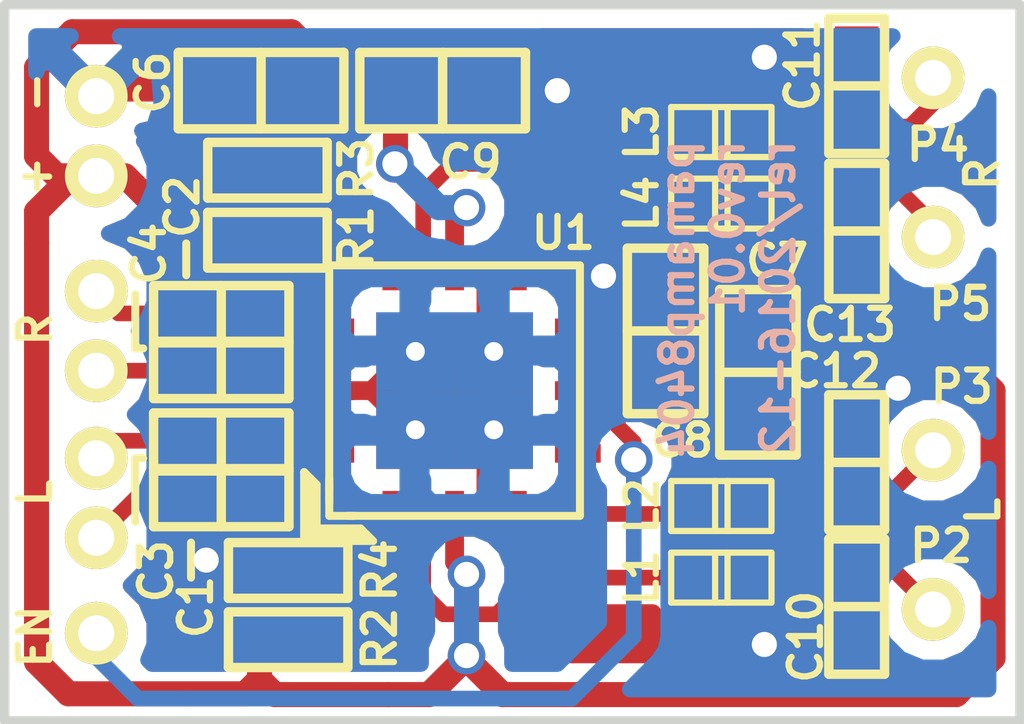
<source format=kicad_pcb>
(kicad_pcb (version 4) (host pcbnew 4.0.4-stable)

  (general
    (links 52)
    (no_connects 0)
    (area 146.540929 89.898928 166.145772 105.85)
    (thickness 1.6)
    (drawings 18)
    (tracks 232)
    (zones 0)
    (modules 31)
    (nets 22)
  )

  (page A4)
  (title_block
    (title pam8404)
    (date 2016-12-02)
    (rev 0.01)
    (company "1rel interactive")
  )

  (layers
    (0 F.Cu signal)
    (31 B.Cu signal)
    (32 B.Adhes user)
    (33 F.Adhes user)
    (34 B.Paste user)
    (35 F.Paste user)
    (36 B.SilkS user)
    (37 F.SilkS user)
    (38 B.Mask user)
    (39 F.Mask user)
    (40 Dwgs.User user)
    (41 Cmts.User user)
    (42 Eco1.User user)
    (43 Eco2.User user)
    (44 Edge.Cuts user)
    (45 Margin user)
    (46 B.CrtYd user)
    (47 F.CrtYd user)
    (48 B.Fab user)
    (49 F.Fab user)
  )

  (setup
    (last_trace_width 0.25)
    (user_trace_width 0.3)
    (user_trace_width 0.4)
    (user_trace_width 0.5)
    (trace_clearance 0.2)
    (zone_clearance 0.3)
    (zone_45_only yes)
    (trace_min 0.2)
    (segment_width 0.127)
    (edge_width 0.15)
    (via_size 0.6)
    (via_drill 0.4)
    (via_min_size 0.4)
    (via_min_drill 0.3)
    (uvia_size 0.3)
    (uvia_drill 0.1)
    (uvias_allowed no)
    (uvia_min_size 0.2)
    (uvia_min_drill 0.1)
    (pcb_text_width 0.3)
    (pcb_text_size 1.5 1.5)
    (mod_edge_width 0.15)
    (mod_text_size 1 1)
    (mod_text_width 0.15)
    (pad_size 1.524 1.524)
    (pad_drill 0.762)
    (pad_to_mask_clearance 0.2)
    (aux_axis_origin 0 0)
    (visible_elements FFFFFF7F)
    (pcbplotparams
      (layerselection 0x010f0_80000001)
      (usegerberextensions true)
      (excludeedgelayer true)
      (linewidth 0.100000)
      (plotframeref false)
      (viasonmask false)
      (mode 1)
      (useauxorigin false)
      (hpglpennumber 1)
      (hpglpenspeed 20)
      (hpglpendiameter 15)
      (hpglpenoverlay 2)
      (psnegative false)
      (psa4output false)
      (plotreference true)
      (plotvalue false)
      (plotinvisibletext false)
      (padsonsilk false)
      (subtractmaskfromsilk true)
      (outputformat 1)
      (mirror false)
      (drillshape 0)
      (scaleselection 1)
      (outputdirectory OUT/gerbers/))
  )

  (net 0 "")
  (net 1 INL+)
  (net 2 "Net-(C1-Pad2)")
  (net 3 INL-)
  (net 4 "Net-(C2-Pad2)")
  (net 5 INR+)
  (net 6 "Net-(C3-Pad2)")
  (net 7 INR-)
  (net 8 "Net-(C4-Pad2)")
  (net 9 VDD)
  (net 10 GND)
  (net 11 G1)
  (net 12 G0)
  (net 13 OUTL+)
  (net 14 OUTL-)
  (net 15 OUTR+)
  (net 16 OUTR-)
  (net 17 "Net-(C10-Pad1)")
  (net 18 "Net-(C11-Pad1)")
  (net 19 "Net-(C12-Pad1)")
  (net 20 "Net-(C13-Pad1)")
  (net 21 ~SDL)

  (net_class Default "This is the default net class."
    (clearance 0.2)
    (trace_width 0.25)
    (via_dia 0.6)
    (via_drill 0.4)
    (uvia_dia 0.3)
    (uvia_drill 0.1)
    (add_net G0)
    (add_net G1)
    (add_net INL+)
    (add_net INL-)
    (add_net INR+)
    (add_net INR-)
    (add_net "Net-(C1-Pad2)")
    (add_net "Net-(C10-Pad1)")
    (add_net "Net-(C11-Pad1)")
    (add_net "Net-(C12-Pad1)")
    (add_net "Net-(C13-Pad1)")
    (add_net "Net-(C2-Pad2)")
    (add_net "Net-(C3-Pad2)")
    (add_net "Net-(C4-Pad2)")
    (add_net OUTL+)
    (add_net OUTL-)
    (add_net OUTR+)
    (add_net OUTR-)
    (add_net ~SDL)
  )

  (net_class PWR ""
    (clearance 0.2)
    (trace_width 0.4)
    (via_dia 0.6)
    (via_drill 0.4)
    (uvia_dia 0.3)
    (uvia_drill 0.1)
    (add_net GND)
    (add_net VDD)
  )

  (module w_smd_qfn:qfn-20 (layer F.Cu) (tedit 58415CD7) (tstamp 58076579)
    (at 155.3845 97.0915)
    (descr "Plastic QFP, Microchip QFN-20")
    (path /58075F8C)
    (fp_text reference U1 (at 1.73482 -2.51714) (layer F.SilkS)
      (effects (font (size 0.4953 0.4953) (thickness 0.1)))
    )
    (fp_text value PAM8404 (at 0 3.0988) (layer F.SilkS) hide
      (effects (font (size 0.39878 0.39878) (thickness 0.07874)))
    )
    (fp_line (start -2.3 1.4) (end -2.3 2.3) (layer F.SilkS) (width 0.127))
    (fp_line (start -2.3 2.3) (end -1.4 2.3) (layer F.SilkS) (width 0.127))
    (fp_line (start -1.5 2.2) (end -1.3 2.4) (layer F.SilkS) (width 0.127))
    (fp_line (start -1.3 2.4) (end -2.4 2.4) (layer F.SilkS) (width 0.127))
    (fp_line (start -2.4 2.4) (end -2.4 1.3) (layer F.SilkS) (width 0.127))
    (fp_line (start -2.4 1.3) (end -2.2 1.5) (layer F.SilkS) (width 0.127))
    (fp_line (start -2.2 1.5) (end -2.2 2.2) (layer F.SilkS) (width 0.127))
    (fp_line (start -2.2 2.2) (end -1.5 2.2) (layer F.SilkS) (width 0.127))
    (fp_line (start -1.6002 1.99898) (end -1.69926 1.99898) (layer F.SilkS) (width 0.127))
    (fp_line (start -1.99898 1.69926) (end -1.99898 1.80086) (layer F.SilkS) (width 0.127))
    (fp_line (start -1.99898 1.50114) (end -1.99898 1.69926) (layer F.SilkS) (width 0.127))
    (fp_line (start -1.99898 1.39954) (end -1.99898 1.6002) (layer F.SilkS) (width 0.127))
    (fp_line (start -1.99898 1.99898) (end -1.99898 -1.99898) (layer F.SilkS) (width 0.127))
    (fp_line (start -1.99898 -1.99898) (end 1.99898 -1.99898) (layer F.SilkS) (width 0.127))
    (fp_line (start 1.99898 -1.99898) (end 1.99898 1.99898) (layer F.SilkS) (width 0.127))
    (fp_line (start 1.99898 1.99898) (end -1.99898 1.99898) (layer F.SilkS) (width 0.127))
    (pad 1 smd rect (at -1.00076 1.96596) (size 0.29972 0.72898) (layers F.Cu F.Paste F.Mask)
      (net 11 G1) (solder_mask_margin 0.07112))
    (pad 2 smd rect (at -0.50038 1.96596) (size 0.29972 0.72898) (layers F.Cu F.Paste F.Mask)
      (net 13 OUTL+) (solder_mask_margin 0.07112))
    (pad 3 smd rect (at 0 1.96596) (size 0.29972 0.72898) (layers F.Cu F.Paste F.Mask)
      (net 9 VDD) (solder_mask_margin 0.07112))
    (pad 4 smd rect (at 0.50038 1.96596) (size 0.29972 0.72898) (layers F.Cu F.Paste F.Mask)
      (net 10 GND) (solder_mask_margin 0.07112))
    (pad 6 smd rect (at 1.96596 1.00076) (size 0.72898 0.29972) (layers F.Cu F.Paste F.Mask)
      (solder_mask_margin 0.07112))
    (pad 7 smd rect (at 1.96596 0.50038) (size 0.72898 0.29972) (layers F.Cu F.Paste F.Mask)
      (net 21 ~SDL) (solder_mask_margin 0.07112))
    (pad 8 smd rect (at 1.96596 0) (size 0.72898 0.29972) (layers F.Cu F.Paste F.Mask)
      (net 21 ~SDL) (solder_mask_margin 0.07112))
    (pad 9 smd rect (at 1.96596 -0.50038) (size 0.72898 0.29972) (layers F.Cu F.Paste F.Mask)
      (net 9 VDD) (solder_mask_margin 0.07112))
    (pad 10 smd rect (at 1.96596 -1.00076) (size 0.72898 0.29972) (layers F.Cu F.Paste F.Mask)
      (solder_mask_margin 0.07112))
    (pad 21 thru_hole rect (at 0.62484 0.62484) (size 1.24968 1.24968) (drill 0.3) (layers *.Cu F.Mask)
      (net 10 GND) (solder_mask_margin 0.07112) (solder_paste_margin -0.09906))
    (pad 21 thru_hole rect (at -0.62484 0.62484) (size 1.24968 1.24968) (drill 0.3) (layers *.Cu F.Mask)
      (net 10 GND) (solder_mask_margin 0.07112) (solder_paste_margin -0.09906))
    (pad 21 thru_hole rect (at -0.62484 -0.62484) (size 1.24968 1.24968) (drill 0.3) (layers *.Cu F.Mask)
      (net 10 GND) (solder_mask_margin 0.07112) (solder_paste_margin -0.09906))
    (pad 21 thru_hole rect (at 0.62484 -0.62484) (size 1.24968 1.24968) (drill 0.3) (layers *.Cu F.Mask)
      (net 10 GND) (solder_mask_margin 0.07112) (solder_paste_margin -0.09906))
    (pad 11 smd rect (at 1.00076 -1.96596) (size 0.29972 0.72898) (layers F.Cu F.Paste F.Mask)
      (net 16 OUTR-) (solder_mask_margin 0.07112))
    (pad 12 smd rect (at 0.50038 -1.96596) (size 0.29972 0.72898) (layers F.Cu F.Paste F.Mask)
      (net 10 GND) (solder_mask_margin 0.07112))
    (pad 13 smd rect (at 0 -1.96596) (size 0.29972 0.72898) (layers F.Cu F.Paste F.Mask)
      (net 9 VDD) (solder_mask_margin 0.07112))
    (pad 14 smd rect (at -0.50038 -1.96596) (size 0.29972 0.72898) (layers F.Cu F.Paste F.Mask)
      (net 15 OUTR+) (solder_mask_margin 0.07112))
    (pad 15 smd rect (at -1.00076 -1.96596) (size 0.29972 0.72898) (layers F.Cu F.Paste F.Mask)
      (net 12 G0) (solder_mask_margin 0.07112))
    (pad 16 smd rect (at -1.96596 -1.00076) (size 0.72898 0.29972) (layers F.Cu F.Paste F.Mask)
      (net 5 INR+) (solder_mask_margin 0.07112))
    (pad 17 smd rect (at -1.96596 -0.50038) (size 0.72898 0.29972) (layers F.Cu F.Paste F.Mask)
      (net 7 INR-) (solder_mask_margin 0.07112))
    (pad 18 smd rect (at -1.96596 0) (size 0.72898 0.29972) (layers F.Cu F.Paste F.Mask)
      (net 10 GND) (solder_mask_margin 0.07112))
    (pad 19 smd rect (at -1.96596 0.50038) (size 0.72898 0.29972) (layers F.Cu F.Paste F.Mask)
      (net 3 INL-) (solder_mask_margin 0.07112))
    (pad 20 smd rect (at -1.96596 1.00076) (size 0.72898 0.29972) (layers F.Cu F.Paste F.Mask)
      (net 1 INL+) (solder_mask_margin 0.07112))
    (pad 5 smd rect (at 1.00076 1.96596) (size 0.29972 0.72898) (layers F.Cu F.Paste F.Mask)
      (net 14 OUTL-) (solder_mask_margin 0.07112))
    (model walter/smd_qfn/qfn-20.wrl
      (at (xyz 0 0 0))
      (scale (xyz 1 1 1))
      (rotate (xyz 0 0 0))
    )
  )

  (module mylib:pin_header_2x1_1.27mm_pitch (layer F.Cu) (tedit 58412748) (tstamp 58076539)
    (at 149.6695 93.0275 270)
    (path /5807616E)
    (fp_text reference P1 (at -0.2185 1.64386 270) (layer F.SilkS) hide
      (effects (font (size 1 1) (thickness 0.15)))
    )
    (fp_text value CONN_2 (at 0 1.905 270) (layer F.Fab) hide
      (effects (font (size 1 1) (thickness 0.15)))
    )
    (pad 1 thru_hole circle (at -0.635 0 270) (size 1 1) (drill 0.573) (layers *.Cu *.Mask F.SilkS)
      (net 10 GND))
    (pad 2 thru_hole circle (at 0.635 0 270) (size 1 1) (drill 0.573) (layers *.Cu *.Mask F.SilkS)
      (net 9 VDD))
  )

  (module w_smd_inductors:inductor_smd_0402 (layer F.Cu) (tedit 584129E5) (tstamp 580769D3)
    (at 159.639 100.076)
    (descr "Inductor SMD, 0402")
    (path /58082C37)
    (fp_text reference L1 (at -1.27 0 90) (layer F.SilkS)
      (effects (font (size 0.4953 0.4953) (thickness 0.09906)))
    )
    (fp_text value INDUCTOR (at 0 1.00076) (layer F.SilkS) hide
      (effects (font (size 0.49784 0.49784) (thickness 0.09906)))
    )
    (fp_line (start 0.09906 0.39878) (end 0.09906 -0.39878) (layer F.SilkS) (width 0.09906))
    (fp_line (start -0.09906 -0.39878) (end -0.09906 0.39878) (layer F.SilkS) (width 0.09906))
    (fp_line (start -0.8001 -0.39878) (end 0.8001 -0.39878) (layer F.SilkS) (width 0.09906))
    (fp_line (start 0.8001 -0.39878) (end 0.8001 0.39878) (layer F.SilkS) (width 0.09906))
    (fp_line (start 0.8001 0.39878) (end -0.8001 0.39878) (layer F.SilkS) (width 0.09906))
    (fp_line (start -0.8001 0.39878) (end -0.8001 -0.39878) (layer F.SilkS) (width 0.09906))
    (pad 1 smd rect (at -0.47752 0) (size 0.4953 0.65786) (layers F.Cu F.Paste F.Mask)
      (net 13 OUTL+))
    (pad 2 smd rect (at 0.47752 0) (size 0.4953 0.65786) (layers F.Cu F.Paste F.Mask)
      (net 17 "Net-(C10-Pad1)"))
    (model walter/smd_inductors/inductor_smd_0402.wrl
      (at (xyz 0 0 0))
      (scale (xyz 1 1 1))
      (rotate (xyz 0 0 0))
    )
  )

  (module w_smd_inductors:inductor_smd_0402 (layer F.Cu) (tedit 584129E0) (tstamp 580769D9)
    (at 159.639 98.933)
    (descr "Inductor SMD, 0402")
    (path /58082E44)
    (fp_text reference L2 (at -1.27 0 90) (layer F.SilkS)
      (effects (font (size 0.4953 0.4953) (thickness 0.09906)))
    )
    (fp_text value INDUCTOR (at 0 1.00076) (layer F.SilkS) hide
      (effects (font (size 0.49784 0.49784) (thickness 0.09906)))
    )
    (fp_line (start 0.09906 0.39878) (end 0.09906 -0.39878) (layer F.SilkS) (width 0.09906))
    (fp_line (start -0.09906 -0.39878) (end -0.09906 0.39878) (layer F.SilkS) (width 0.09906))
    (fp_line (start -0.8001 -0.39878) (end 0.8001 -0.39878) (layer F.SilkS) (width 0.09906))
    (fp_line (start 0.8001 -0.39878) (end 0.8001 0.39878) (layer F.SilkS) (width 0.09906))
    (fp_line (start 0.8001 0.39878) (end -0.8001 0.39878) (layer F.SilkS) (width 0.09906))
    (fp_line (start -0.8001 0.39878) (end -0.8001 -0.39878) (layer F.SilkS) (width 0.09906))
    (pad 1 smd rect (at -0.47752 0) (size 0.4953 0.65786) (layers F.Cu F.Paste F.Mask)
      (net 14 OUTL-))
    (pad 2 smd rect (at 0.47752 0) (size 0.4953 0.65786) (layers F.Cu F.Paste F.Mask)
      (net 19 "Net-(C12-Pad1)"))
    (model walter/smd_inductors/inductor_smd_0402.wrl
      (at (xyz 0 0 0))
      (scale (xyz 1 1 1))
      (rotate (xyz 0 0 0))
    )
  )

  (module w_smd_inductors:inductor_smd_0402 (layer F.Cu) (tedit 584129D9) (tstamp 580769DF)
    (at 159.639 92.964)
    (descr "Inductor SMD, 0402")
    (path /58083E54)
    (fp_text reference L3 (at -1.27 0 90) (layer F.SilkS)
      (effects (font (size 0.4953 0.4953) (thickness 0.09906)))
    )
    (fp_text value INDUCTOR (at 0 1.00076) (layer F.SilkS) hide
      (effects (font (size 0.49784 0.49784) (thickness 0.09906)))
    )
    (fp_line (start 0.09906 0.39878) (end 0.09906 -0.39878) (layer F.SilkS) (width 0.09906))
    (fp_line (start -0.09906 -0.39878) (end -0.09906 0.39878) (layer F.SilkS) (width 0.09906))
    (fp_line (start -0.8001 -0.39878) (end 0.8001 -0.39878) (layer F.SilkS) (width 0.09906))
    (fp_line (start 0.8001 -0.39878) (end 0.8001 0.39878) (layer F.SilkS) (width 0.09906))
    (fp_line (start 0.8001 0.39878) (end -0.8001 0.39878) (layer F.SilkS) (width 0.09906))
    (fp_line (start -0.8001 0.39878) (end -0.8001 -0.39878) (layer F.SilkS) (width 0.09906))
    (pad 1 smd rect (at -0.47752 0) (size 0.4953 0.65786) (layers F.Cu F.Paste F.Mask)
      (net 15 OUTR+))
    (pad 2 smd rect (at 0.47752 0) (size 0.4953 0.65786) (layers F.Cu F.Paste F.Mask)
      (net 18 "Net-(C11-Pad1)"))
    (model walter/smd_inductors/inductor_smd_0402.wrl
      (at (xyz 0 0 0))
      (scale (xyz 1 1 1))
      (rotate (xyz 0 0 0))
    )
  )

  (module w_smd_inductors:inductor_smd_0402 (layer F.Cu) (tedit 58412AFC) (tstamp 580769E5)
    (at 159.639 94.107)
    (descr "Inductor SMD, 0402")
    (path /58083E5A)
    (fp_text reference L4 (at -1.27 0 90) (layer F.SilkS)
      (effects (font (size 0.4953 0.4953) (thickness 0.09906)))
    )
    (fp_text value INDUCTOR (at 0 1.00076) (layer F.SilkS) hide
      (effects (font (size 0.49784 0.49784) (thickness 0.09906)))
    )
    (fp_line (start 0.09906 0.39878) (end 0.09906 -0.39878) (layer F.SilkS) (width 0.09906))
    (fp_line (start -0.09906 -0.39878) (end -0.09906 0.39878) (layer F.SilkS) (width 0.09906))
    (fp_line (start -0.8001 -0.39878) (end 0.8001 -0.39878) (layer F.SilkS) (width 0.09906))
    (fp_line (start 0.8001 -0.39878) (end 0.8001 0.39878) (layer F.SilkS) (width 0.09906))
    (fp_line (start 0.8001 0.39878) (end -0.8001 0.39878) (layer F.SilkS) (width 0.09906))
    (fp_line (start -0.8001 0.39878) (end -0.8001 -0.39878) (layer F.SilkS) (width 0.09906))
    (pad 1 smd rect (at -0.47752 0) (size 0.4953 0.65786) (layers F.Cu F.Paste F.Mask)
      (net 16 OUTR-))
    (pad 2 smd rect (at 0.47752 0) (size 0.4953 0.65786) (layers F.Cu F.Paste F.Mask)
      (net 20 "Net-(C13-Pad1)"))
    (model walter/smd_inductors/inductor_smd_0402.wrl
      (at (xyz 0 0 0))
      (scale (xyz 1 1 1))
      (rotate (xyz 0 0 0))
    )
  )

  (module mylib:pin_header_1x1_1.27mm_pitch (layer F.Cu) (tedit 5841298C) (tstamp 5841225A)
    (at 149.6695 100.965)
    (path /5842538C)
    (fp_text reference EN1 (at 0 3.81) (layer F.SilkS) hide
      (effects (font (size 1 1) (thickness 0.15)))
    )
    (fp_text value CONN_1 (at 0 1.905) (layer F.Fab) hide
      (effects (font (size 1 1) (thickness 0.15)))
    )
    (pad 1 thru_hole circle (at 0 0) (size 1 1) (drill 0.573) (layers *.Cu *.Mask F.SilkS)
      (net 21 ~SDL))
  )

  (module mylib:pin_header_1x1_1.27mm_pitch (layer F.Cu) (tedit 5841272E) (tstamp 5841225F)
    (at 149.6695 99.441)
    (path /58422169)
    (fp_text reference PINL+1 (at 0.382 -1.166) (layer F.SilkS) hide
      (effects (font (size 1 1) (thickness 0.15)))
    )
    (fp_text value CONN_1 (at 0 1.905) (layer F.Fab) hide
      (effects (font (size 1 1) (thickness 0.15)))
    )
    (pad 1 thru_hole circle (at 0 0) (size 1 1) (drill 0.573) (layers *.Cu *.Mask F.SilkS)
      (net 2 "Net-(C1-Pad2)"))
  )

  (module mylib:pin_header_1x1_1.27mm_pitch (layer F.Cu) (tedit 5841273E) (tstamp 58412264)
    (at 149.6695 98.171)
    (path /5842244E)
    (fp_text reference PINL-1 (at 0 3.81) (layer F.SilkS) hide
      (effects (font (size 1 1) (thickness 0.15)))
    )
    (fp_text value CONN_1 (at 0 1.905) (layer F.Fab) hide
      (effects (font (size 1 1) (thickness 0.15)))
    )
    (pad 1 thru_hole circle (at 0 0) (size 1 1) (drill 0.573) (layers *.Cu *.Mask F.SilkS)
      (net 6 "Net-(C3-Pad2)"))
  )

  (module mylib:pin_header_1x1_1.27mm_pitch (layer F.Cu) (tedit 58412721) (tstamp 58412269)
    (at 149.6695 96.774)
    (path /584225C9)
    (fp_text reference PINR-1 (at 0 3.81) (layer F.SilkS) hide
      (effects (font (size 1 1) (thickness 0.15)))
    )
    (fp_text value CONN_1 (at 0 1.905) (layer F.Fab) hide
      (effects (font (size 1 1) (thickness 0.15)))
    )
    (pad 1 thru_hole circle (at 0 0) (size 1 1) (drill 0.573) (layers *.Cu *.Mask F.SilkS)
      (net 8 "Net-(C4-Pad2)"))
  )

  (module mylib:jumper_0402 (layer F.Cu) (tedit 58415CE3) (tstamp 5841226F)
    (at 152.4 94.6912)
    (descr "SMT resistor, 0402")
    (path /580CF6DE)
    (fp_text reference R1 (at 1.41732 -0.0508 90) (layer F.SilkS)
      (effects (font (size 0.5 0.5) (thickness 0.1)))
    )
    (fp_text value 0R (at 0 0.4826) (layer F.SilkS) hide
      (effects (font (size 0.1524 0.1524) (thickness 0.03048)))
    )
    (fp_line (start -0.9525 -0.4445) (end 0.9525 -0.4445) (layer F.SilkS) (width 0.14986))
    (fp_line (start -0.9525 -0.4445) (end -0.9525 0.4445) (layer F.SilkS) (width 0.14986))
    (fp_line (start 0.9525 -0.4445) (end 0.9525 0.4445) (layer F.SilkS) (width 0.14986))
    (fp_line (start 0.9525 0.4445) (end -0.9525 0.4445) (layer F.SilkS) (width 0.14986))
    (pad 1 smd rect (at 0.4445 0) (size 0.7 0.6985) (layers F.Cu F.Paste F.Mask)
      (net 12 G0))
    (pad 2 smd rect (at -0.4445 0) (size 0.7 0.6985) (layers F.Cu F.Paste F.Mask)
      (net 9 VDD))
    (model walter/smd_resistors/r_0402.wrl
      (at (xyz 0 0 0))
      (scale (xyz 1 1 1))
      (rotate (xyz 0 0 0))
    )
  )

  (module mylib:jumper_0402 (layer F.Cu) (tedit 58414BD9) (tstamp 58412274)
    (at 152.7302 101.0666)
    (descr "SMT resistor, 0402")
    (path /580CF915)
    (fp_text reference R2 (at 1.4605 -0.0127 90) (layer F.SilkS)
      (effects (font (size 0.5 0.5) (thickness 0.1)))
    )
    (fp_text value 0R (at 0 0.4826) (layer F.SilkS) hide
      (effects (font (size 0.1524 0.1524) (thickness 0.03048)))
    )
    (fp_line (start -0.9525 -0.4445) (end 0.9525 -0.4445) (layer F.SilkS) (width 0.14986))
    (fp_line (start -0.9525 -0.4445) (end -0.9525 0.4445) (layer F.SilkS) (width 0.14986))
    (fp_line (start 0.9525 -0.4445) (end 0.9525 0.4445) (layer F.SilkS) (width 0.14986))
    (fp_line (start 0.9525 0.4445) (end -0.9525 0.4445) (layer F.SilkS) (width 0.14986))
    (pad 1 smd rect (at 0.4445 0) (size 0.7 0.6985) (layers F.Cu F.Paste F.Mask)
      (net 11 G1))
    (pad 2 smd rect (at -0.4445 0) (size 0.7 0.6985) (layers F.Cu F.Paste F.Mask)
      (net 9 VDD))
    (model walter/smd_resistors/r_0402.wrl
      (at (xyz 0 0 0))
      (scale (xyz 1 1 1))
      (rotate (xyz 0 0 0))
    )
  )

  (module mylib:jumper_0402 (layer F.Cu) (tedit 58415CDA) (tstamp 58412279)
    (at 152.4 93.5736)
    (descr "SMT resistor, 0402")
    (path /580CFA39)
    (fp_text reference R3 (at 1.41732 -0.02032 90) (layer F.SilkS)
      (effects (font (size 0.5 0.5) (thickness 0.1)))
    )
    (fp_text value 0R (at 0 0.4826) (layer F.SilkS) hide
      (effects (font (size 0.1524 0.1524) (thickness 0.03048)))
    )
    (fp_line (start -0.9525 -0.4445) (end 0.9525 -0.4445) (layer F.SilkS) (width 0.14986))
    (fp_line (start -0.9525 -0.4445) (end -0.9525 0.4445) (layer F.SilkS) (width 0.14986))
    (fp_line (start 0.9525 -0.4445) (end 0.9525 0.4445) (layer F.SilkS) (width 0.14986))
    (fp_line (start 0.9525 0.4445) (end -0.9525 0.4445) (layer F.SilkS) (width 0.14986))
    (pad 1 smd rect (at 0.4445 0) (size 0.7 0.6985) (layers F.Cu F.Paste F.Mask)
      (net 12 G0))
    (pad 2 smd rect (at -0.4445 0) (size 0.7 0.6985) (layers F.Cu F.Paste F.Mask)
      (net 10 GND))
    (model walter/smd_resistors/r_0402.wrl
      (at (xyz 0 0 0))
      (scale (xyz 1 1 1))
      (rotate (xyz 0 0 0))
    )
  )

  (module mylib:jumper_0402 (layer F.Cu) (tedit 58414BD6) (tstamp 5841227E)
    (at 152.7302 99.9617)
    (descr "SMT resistor, 0402")
    (path /580CFA3F)
    (fp_text reference R4 (at 1.4605 0 90) (layer F.SilkS)
      (effects (font (size 0.5 0.5) (thickness 0.1)))
    )
    (fp_text value 0R (at 0 0.4826) (layer F.SilkS) hide
      (effects (font (size 0.1524 0.1524) (thickness 0.03048)))
    )
    (fp_line (start -0.9525 -0.4445) (end 0.9525 -0.4445) (layer F.SilkS) (width 0.14986))
    (fp_line (start -0.9525 -0.4445) (end -0.9525 0.4445) (layer F.SilkS) (width 0.14986))
    (fp_line (start 0.9525 -0.4445) (end 0.9525 0.4445) (layer F.SilkS) (width 0.14986))
    (fp_line (start 0.9525 0.4445) (end -0.9525 0.4445) (layer F.SilkS) (width 0.14986))
    (pad 1 smd rect (at 0.4445 0) (size 0.7 0.6985) (layers F.Cu F.Paste F.Mask)
      (net 11 G1))
    (pad 2 smd rect (at -0.4445 0) (size 0.7 0.6985) (layers F.Cu F.Paste F.Mask)
      (net 10 GND))
    (model walter/smd_resistors/r_0402.wrl
      (at (xyz 0 0 0))
      (scale (xyz 1 1 1))
      (rotate (xyz 0 0 0))
    )
  )

  (module mylib:pin_header_1x1_1.27mm_pitch (layer F.Cu) (tedit 584145F8) (tstamp 5841460E)
    (at 149.6695 95.504)
    (path /584224BF)
    (fp_text reference PINR+1 (at 0 3.81) (layer F.SilkS) hide
      (effects (font (size 1 1) (thickness 0.15)))
    )
    (fp_text value CONN_1 (at 0 1.905) (layer F.Fab) hide
      (effects (font (size 1 1) (thickness 0.15)))
    )
    (pad 1 thru_hole circle (at 0 0) (size 1 1) (drill 0.573) (layers *.Cu *.Mask F.SilkS)
      (net 4 "Net-(C2-Pad2)"))
  )

  (module mylib:c_0402_mod0 (layer F.Cu) (tedit 58415DBE) (tstamp 58415C76)
    (at 151.6634 98.8187)
    (descr "SMT capacitor, 0402")
    (path /58079883)
    (fp_text reference C1 (at -0.4064 1.7272 90) (layer F.SilkS)
      (effects (font (size 0.5 0.5) (thickness 0.1)))
    )
    (fp_text value 220n (at 0 0.635) (layer F.SilkS) hide
      (effects (font (size 0.1524 0.1524) (thickness 0.03048)))
    )
    (fp_line (start 0 -0.4445) (end 0 0.4445) (layer F.SilkS) (width 0.14986))
    (fp_line (start 1.0795 -0.4445) (end 1.0795 0.4445) (layer F.SilkS) (width 0.14986))
    (fp_line (start -1.0795 -0.4445) (end -1.0795 0.4445) (layer F.SilkS) (width 0.14986))
    (fp_line (start -1.0795 0.4445) (end 1.0795 0.4445) (layer F.SilkS) (width 0.14986))
    (fp_line (start -1.0795 -0.4445) (end 1.0795 -0.4445) (layer F.SilkS) (width 0.14986))
    (pad 1 smd rect (at 0.54864 0) (size 0.8001 0.6985) (layers F.Cu F.Paste F.Mask)
      (net 1 INL+))
    (pad 2 smd rect (at -0.54864 0) (size 0.8001 0.6985) (layers F.Cu F.Paste F.Mask)
      (net 2 "Net-(C1-Pad2)"))
    (model walter/smd_cap/c_0402.wrl
      (at (xyz 0 0 0))
      (scale (xyz 1 1 1))
      (rotate (xyz 0 0 0))
    )
  )

  (module mylib:c_0402_mod0 (layer F.Cu) (tedit 58415E1D) (tstamp 58415C7B)
    (at 151.6634 95.8596)
    (descr "SMT capacitor, 0402")
    (path /58079833)
    (fp_text reference C2 (at -0.6223 -1.7018 90) (layer F.SilkS)
      (effects (font (size 0.5 0.5) (thickness 0.1)))
    )
    (fp_text value 220n (at 0 0.635) (layer F.SilkS) hide
      (effects (font (size 0.1524 0.1524) (thickness 0.03048)))
    )
    (fp_line (start 0 -0.4445) (end 0 0.4445) (layer F.SilkS) (width 0.14986))
    (fp_line (start 1.0795 -0.4445) (end 1.0795 0.4445) (layer F.SilkS) (width 0.14986))
    (fp_line (start -1.0795 -0.4445) (end -1.0795 0.4445) (layer F.SilkS) (width 0.14986))
    (fp_line (start -1.0795 0.4445) (end 1.0795 0.4445) (layer F.SilkS) (width 0.14986))
    (fp_line (start -1.0795 -0.4445) (end 1.0795 -0.4445) (layer F.SilkS) (width 0.14986))
    (pad 1 smd rect (at 0.54864 0) (size 0.8001 0.6985) (layers F.Cu F.Paste F.Mask)
      (net 5 INR+))
    (pad 2 smd rect (at -0.54864 0) (size 0.8001 0.6985) (layers F.Cu F.Paste F.Mask)
      (net 4 "Net-(C2-Pad2)"))
    (model walter/smd_cap/c_0402.wrl
      (at (xyz 0 0 0))
      (scale (xyz 1 1 1))
      (rotate (xyz 0 0 0))
    )
  )

  (module mylib:c_0402_mod0 (layer F.Cu) (tedit 58415DBC) (tstamp 58415C80)
    (at 151.6634 97.8916)
    (descr "SMT capacitor, 0402")
    (path /580797F8)
    (fp_text reference C3 (at -1.0414 2.0828 90) (layer F.SilkS)
      (effects (font (size 0.5 0.5) (thickness 0.1)))
    )
    (fp_text value 220n (at 0 0.635) (layer F.SilkS) hide
      (effects (font (size 0.1524 0.1524) (thickness 0.03048)))
    )
    (fp_line (start 0 -0.4445) (end 0 0.4445) (layer F.SilkS) (width 0.14986))
    (fp_line (start 1.0795 -0.4445) (end 1.0795 0.4445) (layer F.SilkS) (width 0.14986))
    (fp_line (start -1.0795 -0.4445) (end -1.0795 0.4445) (layer F.SilkS) (width 0.14986))
    (fp_line (start -1.0795 0.4445) (end 1.0795 0.4445) (layer F.SilkS) (width 0.14986))
    (fp_line (start -1.0795 -0.4445) (end 1.0795 -0.4445) (layer F.SilkS) (width 0.14986))
    (pad 1 smd rect (at 0.54864 0) (size 0.8001 0.6985) (layers F.Cu F.Paste F.Mask)
      (net 3 INL-))
    (pad 2 smd rect (at -0.54864 0) (size 0.8001 0.6985) (layers F.Cu F.Paste F.Mask)
      (net 6 "Net-(C3-Pad2)"))
    (model walter/smd_cap/c_0402.wrl
      (at (xyz 0 0 0))
      (scale (xyz 1 1 1))
      (rotate (xyz 0 0 0))
    )
  )

  (module mylib:c_0402_mod0 (layer F.Cu) (tedit 58415E26) (tstamp 58415C85)
    (at 151.6634 96.774)
    (descr "SMT capacitor, 0402")
    (path /580787F6)
    (fp_text reference C4 (at -1.1557 -1.8669 90) (layer F.SilkS)
      (effects (font (size 0.5 0.5) (thickness 0.1)))
    )
    (fp_text value 220n (at 0 0.635) (layer F.SilkS) hide
      (effects (font (size 0.1524 0.1524) (thickness 0.03048)))
    )
    (fp_line (start 0 -0.4445) (end 0 0.4445) (layer F.SilkS) (width 0.14986))
    (fp_line (start 1.0795 -0.4445) (end 1.0795 0.4445) (layer F.SilkS) (width 0.14986))
    (fp_line (start -1.0795 -0.4445) (end -1.0795 0.4445) (layer F.SilkS) (width 0.14986))
    (fp_line (start -1.0795 0.4445) (end 1.0795 0.4445) (layer F.SilkS) (width 0.14986))
    (fp_line (start -1.0795 -0.4445) (end 1.0795 -0.4445) (layer F.SilkS) (width 0.14986))
    (pad 1 smd rect (at 0.54864 0) (size 0.8001 0.6985) (layers F.Cu F.Paste F.Mask)
      (net 7 INR-))
    (pad 2 smd rect (at -0.54864 0) (size 0.8001 0.6985) (layers F.Cu F.Paste F.Mask)
      (net 8 "Net-(C4-Pad2)"))
    (model walter/smd_cap/c_0402.wrl
      (at (xyz 0 0 0))
      (scale (xyz 1 1 1))
      (rotate (xyz 0 0 0))
    )
  )

  (module mylib:c_0603_mod0 (layer F.Cu) (tedit 58415E68) (tstamp 58415C8A)
    (at 152.2984 92.3036)
    (descr "SMT capacitor, 0603")
    (path /58078524)
    (fp_text reference C6 (at -1.7272 -0.127 90) (layer F.SilkS)
      (effects (font (size 0.5 0.5) (thickness 0.1)))
    )
    (fp_text value 1u (at 0 0.635) (layer F.SilkS) hide
      (effects (font (size 0.20066 0.20066) (thickness 0.04064)))
    )
    (fp_line (start 0 0.6096) (end 0 -0.6096) (layer F.SilkS) (width 0.14986))
    (fp_line (start -1.3208 -0.6096) (end -1.3208 0.6096) (layer F.SilkS) (width 0.14986))
    (fp_line (start -1.3208 0.6096) (end 1.3208 0.6096) (layer F.SilkS) (width 0.14986))
    (fp_line (start -1.3208 -0.6096) (end 1.3208 -0.6096) (layer F.SilkS) (width 0.14986))
    (fp_line (start 1.3208 -0.6096) (end 1.3208 0.6096) (layer F.SilkS) (width 0.14986))
    (pad 1 smd rect (at 0.75184 0) (size 0.89916 1.00076) (layers F.Cu F.Paste F.Mask)
      (net 9 VDD))
    (pad 2 smd rect (at -0.75184 0) (size 0.89916 1.00076) (layers F.Cu F.Paste F.Mask)
      (net 10 GND))
    (model walter/smd_cap/c_0603.wrl
      (at (xyz 0 0 0))
      (scale (xyz 1 1 1))
      (rotate (xyz 0 0 0))
    )
  )

  (module mylib:c_0603_mod0 (layer F.Cu) (tedit 5841614E) (tstamp 58415C8F)
    (at 160.2232 96.7994 270)
    (descr "SMT capacitor, 0603")
    (path /580784EB)
    (fp_text reference C7 (at -1.778 -0.3048 360) (layer F.SilkS)
      (effects (font (size 0.5 0.5) (thickness 0.1)))
    )
    (fp_text value 10u (at 0 0.635 270) (layer F.SilkS) hide
      (effects (font (size 0.20066 0.20066) (thickness 0.04064)))
    )
    (fp_line (start 0 0.6096) (end 0 -0.6096) (layer F.SilkS) (width 0.14986))
    (fp_line (start -1.3208 -0.6096) (end -1.3208 0.6096) (layer F.SilkS) (width 0.14986))
    (fp_line (start -1.3208 0.6096) (end 1.3208 0.6096) (layer F.SilkS) (width 0.14986))
    (fp_line (start -1.3208 -0.6096) (end 1.3208 -0.6096) (layer F.SilkS) (width 0.14986))
    (fp_line (start 1.3208 -0.6096) (end 1.3208 0.6096) (layer F.SilkS) (width 0.14986))
    (pad 1 smd rect (at 0.75184 0 270) (size 0.89916 1.00076) (layers F.Cu F.Paste F.Mask)
      (net 9 VDD))
    (pad 2 smd rect (at -0.75184 0 270) (size 0.89916 1.00076) (layers F.Cu F.Paste F.Mask)
      (net 10 GND))
    (model walter/smd_cap/c_0603.wrl
      (at (xyz 0 0 0))
      (scale (xyz 1 1 1))
      (rotate (xyz 0 0 0))
    )
  )

  (module mylib:c_0603_mod0 (layer F.Cu) (tedit 58415CD5) (tstamp 58415C94)
    (at 158.75 96.139 270)
    (descr "SMT capacitor, 0603")
    (path /5807E27F)
    (fp_text reference C8 (at 1.74752 -0.26416 360) (layer F.SilkS)
      (effects (font (size 0.5 0.5) (thickness 0.1)))
    )
    (fp_text value 1u (at 0 0.635 270) (layer F.SilkS) hide
      (effects (font (size 0.20066 0.20066) (thickness 0.04064)))
    )
    (fp_line (start 0 0.6096) (end 0 -0.6096) (layer F.SilkS) (width 0.14986))
    (fp_line (start -1.3208 -0.6096) (end -1.3208 0.6096) (layer F.SilkS) (width 0.14986))
    (fp_line (start -1.3208 0.6096) (end 1.3208 0.6096) (layer F.SilkS) (width 0.14986))
    (fp_line (start -1.3208 -0.6096) (end 1.3208 -0.6096) (layer F.SilkS) (width 0.14986))
    (fp_line (start 1.3208 -0.6096) (end 1.3208 0.6096) (layer F.SilkS) (width 0.14986))
    (pad 1 smd rect (at 0.75184 0 270) (size 0.89916 1.00076) (layers F.Cu F.Paste F.Mask)
      (net 9 VDD))
    (pad 2 smd rect (at -0.75184 0 270) (size 0.89916 1.00076) (layers F.Cu F.Paste F.Mask)
      (net 10 GND))
    (model walter/smd_cap/c_0603.wrl
      (at (xyz 0 0 0))
      (scale (xyz 1 1 1))
      (rotate (xyz 0 0 0))
    )
  )

  (module mylib:c_0603_mod0 (layer F.Cu) (tedit 581B5904) (tstamp 58415C99)
    (at 155.194 92.3036 180)
    (descr "SMT capacitor, 0603")
    (path /5807E279)
    (fp_text reference C9 (at -0.4445 -1.143 180) (layer F.SilkS)
      (effects (font (size 0.5 0.5) (thickness 0.1)))
    )
    (fp_text value 10u (at 0 0.635 180) (layer F.SilkS) hide
      (effects (font (size 0.20066 0.20066) (thickness 0.04064)))
    )
    (fp_line (start 0 0.6096) (end 0 -0.6096) (layer F.SilkS) (width 0.14986))
    (fp_line (start -1.3208 -0.6096) (end -1.3208 0.6096) (layer F.SilkS) (width 0.14986))
    (fp_line (start -1.3208 0.6096) (end 1.3208 0.6096) (layer F.SilkS) (width 0.14986))
    (fp_line (start -1.3208 -0.6096) (end 1.3208 -0.6096) (layer F.SilkS) (width 0.14986))
    (fp_line (start 1.3208 -0.6096) (end 1.3208 0.6096) (layer F.SilkS) (width 0.14986))
    (pad 1 smd rect (at 0.75184 0 180) (size 0.89916 1.00076) (layers F.Cu F.Paste F.Mask)
      (net 9 VDD))
    (pad 2 smd rect (at -0.75184 0 180) (size 0.89916 1.00076) (layers F.Cu F.Paste F.Mask)
      (net 10 GND))
    (model walter/smd_cap/c_0603.wrl
      (at (xyz 0 0 0))
      (scale (xyz 1 1 1))
      (rotate (xyz 0 0 0))
    )
  )

  (module mylib:c_0402_mod0 (layer F.Cu) (tedit 5841603F) (tstamp 58415C9E)
    (at 161.798 100.53828 90)
    (descr "SMT capacitor, 0402")
    (path /58084036)
    (fp_text reference C10 (at -0.4826 -0.8128 270) (layer F.SilkS)
      (effects (font (size 0.5 0.5) (thickness 0.1)))
    )
    (fp_text value 220p (at 0 0.635 90) (layer F.SilkS) hide
      (effects (font (size 0.1524 0.1524) (thickness 0.03048)))
    )
    (fp_line (start 0 -0.4445) (end 0 0.4445) (layer F.SilkS) (width 0.14986))
    (fp_line (start 1.0795 -0.4445) (end 1.0795 0.4445) (layer F.SilkS) (width 0.14986))
    (fp_line (start -1.0795 -0.4445) (end -1.0795 0.4445) (layer F.SilkS) (width 0.14986))
    (fp_line (start -1.0795 0.4445) (end 1.0795 0.4445) (layer F.SilkS) (width 0.14986))
    (fp_line (start -1.0795 -0.4445) (end 1.0795 -0.4445) (layer F.SilkS) (width 0.14986))
    (pad 1 smd rect (at 0.54864 0 90) (size 0.8001 0.6985) (layers F.Cu F.Paste F.Mask)
      (net 17 "Net-(C10-Pad1)"))
    (pad 2 smd rect (at -0.54864 0 90) (size 0.8001 0.6985) (layers F.Cu F.Paste F.Mask)
      (net 10 GND))
    (model walter/smd_cap/c_0402.wrl
      (at (xyz 0 0 0))
      (scale (xyz 1 1 1))
      (rotate (xyz 0 0 0))
    )
  )

  (module mylib:c_0402_mod0 (layer F.Cu) (tedit 58416047) (tstamp 58415CA3)
    (at 161.798 92.2274 270)
    (descr "SMT capacitor, 0402")
    (path /58085137)
    (fp_text reference C11 (at -0.3302 0.8636 450) (layer F.SilkS)
      (effects (font (size 0.5 0.5) (thickness 0.1)))
    )
    (fp_text value 220p (at 0 0.635 270) (layer F.SilkS) hide
      (effects (font (size 0.1524 0.1524) (thickness 0.03048)))
    )
    (fp_line (start 0 -0.4445) (end 0 0.4445) (layer F.SilkS) (width 0.14986))
    (fp_line (start 1.0795 -0.4445) (end 1.0795 0.4445) (layer F.SilkS) (width 0.14986))
    (fp_line (start -1.0795 -0.4445) (end -1.0795 0.4445) (layer F.SilkS) (width 0.14986))
    (fp_line (start -1.0795 0.4445) (end 1.0795 0.4445) (layer F.SilkS) (width 0.14986))
    (fp_line (start -1.0795 -0.4445) (end 1.0795 -0.4445) (layer F.SilkS) (width 0.14986))
    (pad 1 smd rect (at 0.54864 0 270) (size 0.8001 0.6985) (layers F.Cu F.Paste F.Mask)
      (net 18 "Net-(C11-Pad1)"))
    (pad 2 smd rect (at -0.54864 0 270) (size 0.8001 0.6985) (layers F.Cu F.Paste F.Mask)
      (net 10 GND))
    (model walter/smd_cap/c_0402.wrl
      (at (xyz 0 0 0))
      (scale (xyz 1 1 1))
      (rotate (xyz 0 0 0))
    )
  )

  (module mylib:c_0402_mod0 (layer F.Cu) (tedit 58427129) (tstamp 58415CA8)
    (at 161.798 98.23704 270)
    (descr "SMT capacitor, 0402")
    (path /58084381)
    (fp_text reference C12 (at -1.45796 0.34544 540) (layer F.SilkS)
      (effects (font (size 0.5 0.5) (thickness 0.1)))
    )
    (fp_text value 220p (at 0 0.635 270) (layer F.SilkS) hide
      (effects (font (size 0.1524 0.1524) (thickness 0.03048)))
    )
    (fp_line (start 0 -0.4445) (end 0 0.4445) (layer F.SilkS) (width 0.14986))
    (fp_line (start 1.0795 -0.4445) (end 1.0795 0.4445) (layer F.SilkS) (width 0.14986))
    (fp_line (start -1.0795 -0.4445) (end -1.0795 0.4445) (layer F.SilkS) (width 0.14986))
    (fp_line (start -1.0795 0.4445) (end 1.0795 0.4445) (layer F.SilkS) (width 0.14986))
    (fp_line (start -1.0795 -0.4445) (end 1.0795 -0.4445) (layer F.SilkS) (width 0.14986))
    (pad 1 smd rect (at 0.54864 0 270) (size 0.8001 0.6985) (layers F.Cu F.Paste F.Mask)
      (net 19 "Net-(C12-Pad1)"))
    (pad 2 smd rect (at -0.54864 0 270) (size 0.8001 0.6985) (layers F.Cu F.Paste F.Mask)
      (net 10 GND))
    (model walter/smd_cap/c_0402.wrl
      (at (xyz 0 0 0))
      (scale (xyz 1 1 1))
      (rotate (xyz 0 0 0))
    )
  )

  (module mylib:c_0402_mod0 (layer F.Cu) (tedit 58427125) (tstamp 58415CAD)
    (at 161.798 94.54388 90)
    (descr "SMT capacitor, 0402")
    (path /5808513D)
    (fp_text reference C13 (at -1.4986 -0.10668 180) (layer F.SilkS)
      (effects (font (size 0.5 0.5) (thickness 0.1)))
    )
    (fp_text value 220p (at 0 0.635 90) (layer F.SilkS) hide
      (effects (font (size 0.1524 0.1524) (thickness 0.03048)))
    )
    (fp_line (start 0 -0.4445) (end 0 0.4445) (layer F.SilkS) (width 0.14986))
    (fp_line (start 1.0795 -0.4445) (end 1.0795 0.4445) (layer F.SilkS) (width 0.14986))
    (fp_line (start -1.0795 -0.4445) (end -1.0795 0.4445) (layer F.SilkS) (width 0.14986))
    (fp_line (start -1.0795 0.4445) (end 1.0795 0.4445) (layer F.SilkS) (width 0.14986))
    (fp_line (start -1.0795 -0.4445) (end 1.0795 -0.4445) (layer F.SilkS) (width 0.14986))
    (pad 1 smd rect (at 0.54864 0 90) (size 0.8001 0.6985) (layers F.Cu F.Paste F.Mask)
      (net 20 "Net-(C13-Pad1)"))
    (pad 2 smd rect (at -0.54864 0 90) (size 0.8001 0.6985) (layers F.Cu F.Paste F.Mask)
      (net 10 GND))
    (model walter/smd_cap/c_0402.wrl
      (at (xyz 0 0 0))
      (scale (xyz 1 1 1))
      (rotate (xyz 0 0 0))
    )
  )

  (module mylib:pin_header_1x1_1.27mm_pitch (layer F.Cu) (tedit 58426DD8) (tstamp 58415F96)
    (at 163.0172 100.584)
    (path /58416260)
    (fp_text reference P2 (at 0.127 -1.016) (layer F.SilkS)
      (effects (font (size 0.5 0.5) (thickness 0.1)))
    )
    (fp_text value CONN_1 (at 0 1.905) (layer F.Fab) hide
      (effects (font (size 1 1) (thickness 0.15)))
    )
    (pad 1 thru_hole circle (at 0 0) (size 1 1) (drill 0.573) (layers *.Cu *.Mask F.SilkS)
      (net 17 "Net-(C10-Pad1)"))
  )

  (module mylib:pin_header_1x1_1.27mm_pitch (layer F.Cu) (tedit 58426DD4) (tstamp 58415F9B)
    (at 163.0172 98.044)
    (path /58416430)
    (fp_text reference P3 (at 0.4572 -1.016) (layer F.SilkS)
      (effects (font (size 0.5 0.5) (thickness 0.1)))
    )
    (fp_text value CONN_1 (at 0 1.905) (layer F.Fab) hide
      (effects (font (size 1 1) (thickness 0.15)))
    )
    (pad 1 thru_hole circle (at 0 0) (size 1 1) (drill 0.573) (layers *.Cu *.Mask F.SilkS)
      (net 19 "Net-(C12-Pad1)"))
  )

  (module mylib:pin_header_1x1_1.27mm_pitch (layer F.Cu) (tedit 58426DD6) (tstamp 58415FA0)
    (at 163.0172 92.1004)
    (path /5841682B)
    (fp_text reference P4 (at 0.0762 1.0668) (layer F.SilkS)
      (effects (font (size 0.5 0.5) (thickness 0.1)))
    )
    (fp_text value CONN_1 (at 0 1.905) (layer F.Fab) hide
      (effects (font (size 1 1) (thickness 0.15)))
    )
    (pad 1 thru_hole circle (at 0 0) (size 1 1) (drill 0.573) (layers *.Cu *.Mask F.SilkS)
      (net 18 "Net-(C11-Pad1)"))
  )

  (module mylib:pin_header_1x1_1.27mm_pitch (layer F.Cu) (tedit 58426DD1) (tstamp 58415FA5)
    (at 163.0172 94.6404)
    (path /58416831)
    (fp_text reference P5 (at 0.4318 1.0668) (layer F.SilkS)
      (effects (font (size 0.5 0.5) (thickness 0.1)))
    )
    (fp_text value CONN_1 (at 0 1.905) (layer F.Fab) hide
      (effects (font (size 1 1) (thickness 0.15)))
    )
    (pad 1 thru_hole circle (at 0 0) (size 1 1) (drill 0.573) (layers *.Cu *.Mask F.SilkS)
      (net 20 "Net-(C13-Pad1)"))
  )

  (gr_text EN (at 148.6916 101.0158 90) (layer F.SilkS)
    (effects (font (size 0.5 0.5) (thickness 0.1)))
  )
  (gr_text - (at 148.6916 92.329 90) (layer F.SilkS)
    (effects (font (size 0.5 0.5) (thickness 0.1)))
  )
  (gr_text + (at 148.6916 93.6752 90) (layer F.SilkS)
    (effects (font (size 0.5 0.5) (thickness 0.1)))
  )
  (gr_text R (at 148.6916 96.1136 90) (layer F.SilkS)
    (effects (font (size 0.5 0.5) (thickness 0.1)))
  )
  (gr_text L (at 148.6916 98.7298 90) (layer F.SilkS)
    (effects (font (size 0.5 0.5) (thickness 0.1)))
  )
  (gr_text L (at 163.81476 99.01428 90) (layer F.SilkS)
    (effects (font (size 0.5 0.5) (thickness 0.1)))
  )
  (gr_text R (at 163.79952 93.63456 90) (layer F.SilkS)
    (effects (font (size 0.5 0.5) (thickness 0.1)))
  )
  (gr_line (start 150.3172 96.4184) (end 150.4188 96.4184) (angle 90) (layer F.SilkS) (width 0.127) (tstamp 58415E16))
  (gr_line (start 148.209 102.362) (end 148.209 90.932) (angle 90) (layer Edge.Cuts) (width 0.15))
  (gr_line (start 164.4015 102.362) (end 148.209 102.362) (angle 90) (layer Edge.Cuts) (width 0.15))
  (gr_line (start 164.4015 90.932) (end 164.4015 102.362) (angle 90) (layer Edge.Cuts) (width 0.15))
  (gr_line (start 148.209 90.932) (end 164.4015 90.932) (angle 90) (layer Edge.Cuts) (width 0.15))
  (gr_text "pamamp8404\nrev0.01\nrel/2016-12" (at 159.7406 93.0402 90) (layer B.SilkS)
    (effects (font (size 0.5 0.5) (thickness 0.1)) (justify left mirror))
  )
  (gr_line (start 151.1808 100.076) (end 151.1808 99.5172) (angle 90) (layer F.SilkS) (width 0.127))
  (gr_line (start 150.3172 98.171) (end 150.4188 98.171) (angle 90) (layer F.SilkS) (width 0.127))
  (gr_line (start 150.2918 99.187) (end 150.2918 98.171) (angle 90) (layer F.SilkS) (width 0.127))
  (gr_line (start 151.1046 94.742) (end 151.1046 95.25) (angle 90) (layer F.SilkS) (width 0.127))
  (gr_line (start 150.2918 95.5548) (end 150.2918 96.4184) (angle 90) (layer F.SilkS) (width 0.127))

  (segment (start 153.41854 98.09226) (end 153.41854 98.32086) (width 0.25) (layer F.Cu) (net 1))
  (segment (start 153.41854 98.32086) (end 152.9207 98.8187) (width 0.25) (layer F.Cu) (net 1) (tstamp 58426E45))
  (segment (start 152.9207 98.8187) (end 152.21204 98.8187) (width 0.25) (layer F.Cu) (net 1) (tstamp 58426E46) (status 20))
  (segment (start 153.41854 98.09226) (end 153.3251 98.09226) (width 0.25) (layer F.Cu) (net 1))
  (segment (start 151.11476 98.806) (end 150.3045 98.806) (width 0.25) (layer F.Cu) (net 2) (status 10))
  (segment (start 150.3045 98.806) (end 149.6695 99.441) (width 0.25) (layer F.Cu) (net 2) (tstamp 58416343))
  (segment (start 149.6695 99.441) (end 149.86 99.441) (width 0.25) (layer F.Cu) (net 2) (status 30))
  (segment (start 153.41854 97.59188) (end 152.51176 97.59188) (width 0.25) (layer F.Cu) (net 3) (status 20))
  (segment (start 152.51176 97.59188) (end 152.21204 97.8916) (width 0.25) (layer F.Cu) (net 3) (tstamp 58426E4E) (status 30))
  (segment (start 152.35428 98.1202) (end 152.1922 97.8942) (width 0.25) (layer F.Cu) (net 3) (tstamp 5807685B) (status 30))
  (segment (start 151.11476 95.8596) (end 150.0251 95.8596) (width 0.25) (layer F.Cu) (net 4) (status 10))
  (segment (start 150.0251 95.8596) (end 149.6695 95.504) (width 0.25) (layer F.Cu) (net 4) (tstamp 58426E1C))
  (segment (start 149.9235 95.758) (end 149.6695 95.504) (width 0.25) (layer F.Cu) (net 4) (tstamp 584150EA) (status 30))
  (segment (start 152.21204 95.8596) (end 153.1874 95.8596) (width 0.25) (layer F.Cu) (net 5) (status 10))
  (segment (start 153.1874 95.8596) (end 153.41854 96.09074) (width 0.25) (layer F.Cu) (net 5) (tstamp 58426E1F))
  (segment (start 153.41854 96.09074) (end 153.31694 96.09074) (width 0.25) (layer F.Cu) (net 5))
  (segment (start 152.39238 96.03994) (end 152.18664 95.8342) (width 0.25) (layer F.Cu) (net 5) (tstamp 584146C3) (status 30))
  (segment (start 152.40956 95.64484) (end 152.1922 95.8622) (width 0.25) (layer F.Cu) (net 5) (tstamp 58076860) (status 30))
  (segment (start 151.11476 97.8916) (end 149.9489 97.8916) (width 0.25) (layer F.Cu) (net 6) (status 10))
  (segment (start 149.9489 97.8916) (end 149.6695 98.171) (width 0.25) (layer F.Cu) (net 6) (tstamp 5841633F))
  (segment (start 149.9489 97.8916) (end 149.6695 98.171) (width 0.25) (layer F.Cu) (net 6) (tstamp 5841629D) (status 30))
  (segment (start 149.8727 97.9678) (end 149.6695 98.171) (width 0.25) (layer F.Cu) (net 6) (tstamp 584150DC) (status 30))
  (segment (start 149.8955 97.945) (end 149.6695 98.171) (width 0.25) (layer F.Cu) (net 6) (tstamp 584127AA) (status 30))
  (segment (start 153.41854 96.59112) (end 152.78608 96.59112) (width 0.25) (layer F.Cu) (net 7))
  (segment (start 152.78608 96.59112) (end 152.6032 96.774) (width 0.25) (layer F.Cu) (net 7) (tstamp 58427010))
  (segment (start 152.6032 96.774) (end 152.21204 96.774) (width 0.25) (layer F.Cu) (net 7) (tstamp 58427011))
  (segment (start 152.35984 96.8782) (end 152.1922 96.8782) (width 0.25) (layer F.Cu) (net 7) (tstamp 58076867) (status 30))
  (segment (start 151.11476 96.774) (end 149.6695 96.774) (width 0.25) (layer F.Cu) (net 8))
  (segment (start 149.7965 96.647) (end 149.6695 96.774) (width 0.25) (layer F.Cu) (net 8) (tstamp 584162A1) (status 30))
  (segment (start 149.6949 96.7994) (end 149.6695 96.774) (width 0.25) (layer F.Cu) (net 8) (tstamp 584150E5) (status 30))
  (segment (start 149.6949 96.7994) (end 149.6695 96.774) (width 0.25) (layer F.Cu) (net 8) (tstamp 584150E0) (status 30))
  (segment (start 149.80206 96.6242) (end 149.73856 96.5607) (width 0.25) (layer F.Cu) (net 8) (tstamp 580CF3D5) (status 30))
  (segment (start 149.6975 96.802) (end 149.6695 96.774) (width 0.25) (layer F.Cu) (net 8) (tstamp 584127AF) (status 30))
  (segment (start 151.9555 94.6912) (end 151.1554 94.6912) (width 0.4) (layer F.Cu) (net 9))
  (segment (start 151.1554 94.6912) (end 150.1267 93.6625) (width 0.4) (layer F.Cu) (net 9) (tstamp 5842704F))
  (segment (start 150.1267 93.6625) (end 149.6695 93.6625) (width 0.4) (layer F.Cu) (net 9) (tstamp 58427050))
  (segment (start 157.9499 96.59112) (end 158.00832 96.59112) (width 0.3) (layer F.Cu) (net 9))
  (segment (start 158.00832 96.59112) (end 158.30804 96.89084) (width 0.3) (layer F.Cu) (net 9) (tstamp 58426EB1))
  (segment (start 158.30804 96.89084) (end 158.75 96.89084) (width 0.3) (layer F.Cu) (net 9) (tstamp 58426EB2))
  (segment (start 157.35046 96.59112) (end 157.9499 96.59112) (width 0.3) (layer F.Cu) (net 9))
  (segment (start 158.45028 96.59112) (end 158.75 96.89084) (width 0.3) (layer F.Cu) (net 9) (tstamp 58426EA4))
  (segment (start 155.575 100.0252) (end 155.575 101.3206) (width 0.4) (layer B.Cu) (net 9))
  (segment (start 155.3845 99.8347) (end 155.575 100.0252) (width 0.3) (layer F.Cu) (net 9) (tstamp 58426E69))
  (via (at 155.575 100.0252) (size 0.6) (drill 0.4) (layers F.Cu B.Cu) (net 9))
  (segment (start 155.3845 99.05746) (end 155.3845 99.8347) (width 0.3) (layer F.Cu) (net 9))
  (segment (start 155.575 101.3206) (end 155.575 101.3714) (width 0.4) (layer F.Cu) (net 9) (tstamp 58426E7E))
  (via (at 155.575 101.3206) (size 0.6) (drill 0.4) (layers F.Cu B.Cu) (net 9))
  (segment (start 155.575 101.3714) (end 155.575 101.346) (width 0.4) (layer F.Cu) (net 9) (tstamp 58426E7F))
  (segment (start 155.3845 95.12554) (end 155.3845 94.361) (width 0.3) (layer F.Cu) (net 9))
  (segment (start 155.3845 94.361) (end 155.575 94.1705) (width 0.3) (layer F.Cu) (net 9) (tstamp 58426E66))
  (segment (start 155.575 101.346) (end 155.575 101.3714) (width 0.4) (layer F.Cu) (net 9))
  (segment (start 155.575 101.3714) (end 156.1465 101.9429) (width 0.4) (layer F.Cu) (net 9) (tstamp 58426D8C))
  (segment (start 156.1465 101.9429) (end 163.3855 101.9429) (width 0.4) (layer F.Cu) (net 9) (tstamp 58426D8F))
  (segment (start 161.6075 96.3295) (end 163.2077 96.3295) (width 0.4) (layer F.Cu) (net 9) (tstamp 58416184))
  (segment (start 163.2077 96.3295) (end 163.9728 97.0946) (width 0.4) (layer F.Cu) (net 9) (tstamp 58416185))
  (segment (start 163.9728 97.0946) (end 163.9728 101.3556) (width 0.4) (layer F.Cu) (net 9) (tstamp 58416186))
  (segment (start 160.38576 97.55124) (end 161.6075 96.3295) (width 0.4) (layer F.Cu) (net 9) (tstamp 58416183))
  (segment (start 163.3855 101.9429) (end 163.9728 101.3556) (width 0.4) (layer F.Cu) (net 9) (tstamp 58426D88))
  (segment (start 152.5143 101.9429) (end 154.3304 101.9429) (width 0.4) (layer F.Cu) (net 9))
  (segment (start 154.3304 101.9429) (end 154.9781 101.9429) (width 0.4) (layer F.Cu) (net 9) (tstamp 58426D86))
  (segment (start 154.9781 101.9429) (end 155.575 101.346) (width 0.4) (layer F.Cu) (net 9) (tstamp 58426D6B))
  (segment (start 149.225 101.9302) (end 152.0444 101.9302) (width 0.4) (layer F.Cu) (net 9))
  (segment (start 152.0444 101.9302) (end 152.273 101.7016) (width 0.4) (layer F.Cu) (net 9) (tstamp 58426D62))
  (segment (start 154.44216 92.3036) (end 154.44216 93.46184) (width 0.4) (layer F.Cu) (net 9))
  (segment (start 155.1305 94.1705) (end 155.575 94.1705) (width 0.4) (layer B.Cu) (net 9) (tstamp 58426D44))
  (segment (start 154.432 93.472) (end 155.1305 94.1705) (width 0.4) (layer B.Cu) (net 9) (tstamp 58426D43))
  (via (at 154.432 93.472) (size 0.6) (drill 0.4) (layers F.Cu B.Cu) (net 9))
  (segment (start 154.44216 93.46184) (end 154.432 93.472) (width 0.4) (layer F.Cu) (net 9) (tstamp 58426D41))
  (segment (start 153.05024 92.3036) (end 154.44216 92.3036) (width 0.4) (layer F.Cu) (net 9))
  (segment (start 150.114 93.6625) (end 149.6695 93.6625) (width 0.4) (layer F.Cu) (net 9) (tstamp 58416348))
  (segment (start 149.6695 93.6625) (end 149.0345 93.6625) (width 0.4) (layer F.Cu) (net 9))
  (segment (start 149.0345 93.6625) (end 148.717 93.345) (width 0.4) (layer F.Cu) (net 9) (tstamp 58416312))
  (segment (start 148.717 93.345) (end 148.717 93.345) (width 0.4) (layer F.Cu) (net 9) (tstamp 5841630B) (status 10))
  (segment (start 152.781 91.3638) (end 149.2885 91.3638) (width 0.4) (layer F.Cu) (net 9) (tstamp 584148A5))
  (segment (start 153.05024 91.63304) (end 152.781 91.3638) (width 0.4) (layer F.Cu) (net 9) (tstamp 584148A4))
  (segment (start 148.717 93.345) (end 148.717 91.9353) (width 0.4) (layer F.Cu) (net 9) (tstamp 5841628C))
  (segment (start 149.2885 91.3638) (end 148.717 91.9353) (width 0.4) (layer F.Cu) (net 9) (tstamp 584148A6))
  (segment (start 149.6695 93.6625) (end 149.2885 93.6625) (width 0.4) (layer F.Cu) (net 9))
  (segment (start 149.2885 93.6625) (end 148.717 94.234) (width 0.4) (layer F.Cu) (net 9) (tstamp 584162FD))
  (segment (start 148.717 94.234) (end 148.717 94.742) (width 0.4) (layer F.Cu) (net 9) (tstamp 584162FE))
  (segment (start 149.6695 93.6625) (end 149.5425 93.6625) (width 0.4) (layer F.Cu) (net 9) (status 30))
  (segment (start 160.2232 97.55124) (end 160.38576 97.55124) (width 0.4) (layer F.Cu) (net 9))
  (segment (start 158.75 96.89084) (end 159.14624 96.89084) (width 0.4) (layer F.Cu) (net 9))
  (segment (start 159.14624 96.89084) (end 159.80664 97.55124) (width 0.4) (layer F.Cu) (net 9) (tstamp 5841617B))
  (segment (start 159.80664 97.55124) (end 160.2232 97.55124) (width 0.4) (layer F.Cu) (net 9) (tstamp 5841617C))
  (segment (start 160.38576 97.55124) (end 161.3154 96.6216) (width 0.4) (layer F.Cu) (net 9) (tstamp 58416175))
  (segment (start 158.95066 97.0915) (end 158.75 96.89084) (width 0.4) (layer F.Cu) (net 9) (tstamp 5841616A))
  (segment (start 158.75 96.89084) (end 158.95574 96.89084) (width 0.4) (layer F.Cu) (net 9))
  (segment (start 158.95574 96.89084) (end 159.1564 97.0915) (width 0.4) (layer F.Cu) (net 9) (tstamp 58416165))
  (segment (start 159.1564 97.0915) (end 158.75 96.89084) (width 0.4) (layer F.Cu) (net 9) (tstamp 58416167))
  (segment (start 160.4645 97.4725) (end 161.3154 96.6216) (width 0.4) (layer F.Cu) (net 9) (tstamp 58414AD9))
  (segment (start 160.274 97.4725) (end 160.4645 97.4725) (width 0.4) (layer F.Cu) (net 9))
  (segment (start 152.273 101.1555) (end 152.273 101.7016) (width 0.4) (layer F.Cu) (net 9))
  (segment (start 152.273 101.7016) (end 152.5143 101.9429) (width 0.4) (layer F.Cu) (net 9) (tstamp 584149F5))
  (segment (start 148.717 101.346) (end 148.717 101.4222) (width 0.4) (layer F.Cu) (net 9))
  (segment (start 148.717 101.4222) (end 149.225 101.9302) (width 0.4) (layer F.Cu) (net 9) (tstamp 584149EE))
  (segment (start 148.717 101.346) (end 148.717 94.742) (width 0.4) (layer F.Cu) (net 9) (tstamp 584149EC))
  (segment (start 153.05024 92.2782) (end 153.05024 91.63304) (width 0.4) (layer F.Cu) (net 9))
  (segment (start 160.274 97.4725) (end 160.3375 97.4725) (width 0.4) (layer F.Cu) (net 9))
  (segment (start 158.82366 97.0915) (end 158.75 97.01784) (width 0.4) (layer F.Cu) (net 9) (tstamp 58412990))
  (segment (start 158.82366 97.0915) (end 158.75 97.01784) (width 0.4) (layer F.Cu) (net 9) (tstamp 5841298B))
  (segment (start 149.6695 93.6625) (end 149.352 93.6625) (width 0.4) (layer F.Cu) (net 9) (status 30))
  (segment (start 149.7965 93.7895) (end 149.6695 93.6625) (width 0.4) (layer F.Cu) (net 9) (tstamp 584127B8) (status 30))
  (segment (start 158.75 97.01784) (end 158.75 96.927) (width 0.4) (layer F.Cu) (net 9) (status 30))
  (via (at 155.575 94.1705) (size 0.6) (drill 0.4) (layers F.Cu B.Cu) (net 9))
  (segment (start 149.6695 93.6625) (end 149.5955 93.6625) (width 0.4) (layer F.Cu) (net 9) (status 30))
  (segment (start 149.5955 93.6625) (end 149.77 93.837) (width 0.4) (layer F.Cu) (net 9) (tstamp 580CF31F) (status 30))
  (segment (start 158.72246 97.04538) (end 158.75 97.01784) (width 0.4) (layer F.Cu) (net 9) (tstamp 580CEF92) (status 30))
  (segment (start 152.273 100.0379) (end 151.6634 100.0379) (width 0.4) (layer F.Cu) (net 10))
  (segment (start 151.4221 99.7966) (end 151.4348 99.7966) (width 0.4) (layer B.Cu) (net 10) (tstamp 5842708B))
  (via (at 151.4221 99.7966) (size 0.6) (drill 0.4) (layers F.Cu B.Cu) (net 10))
  (segment (start 151.6634 100.0379) (end 151.4221 99.7966) (width 0.4) (layer F.Cu) (net 10) (tstamp 58427089))
  (segment (start 151.9555 93.5736) (end 151.8412 93.5736) (width 0.4) (layer F.Cu) (net 10))
  (segment (start 151.8412 93.5736) (end 151.54656 93.27896) (width 0.4) (layer F.Cu) (net 10) (tstamp 58427059))
  (segment (start 151.54656 93.27896) (end 151.54656 92.3036) (width 0.4) (layer F.Cu) (net 10) (tstamp 5842705A))
  (segment (start 151.9555 93.5736) (end 151.9555 93.5482) (width 0.4) (layer F.Cu) (net 10))
  (segment (start 155.88488 95.12554) (end 155.88488 96.3422) (width 0.3) (layer F.Cu) (net 10))
  (segment (start 155.88488 96.3422) (end 156.00934 96.46666) (width 0.3) (layer F.Cu) (net 10) (tstamp 58426EB9))
  (segment (start 155.88488 99.05746) (end 155.88488 97.8408) (width 0.3) (layer F.Cu) (net 10))
  (segment (start 155.88488 97.8408) (end 156.00934 97.71634) (width 0.3) (layer F.Cu) (net 10) (tstamp 58426E62))
  (segment (start 153.41854 97.0915) (end 154.13482 97.0915) (width 0.3) (layer F.Cu) (net 10))
  (segment (start 154.13482 97.0915) (end 154.75966 97.71634) (width 0.3) (layer F.Cu) (net 10) (tstamp 58426E58))
  (segment (start 158.75 95.38716) (end 159.5628 95.38716) (width 0.4) (layer F.Cu) (net 10))
  (segment (start 159.5628 95.38716) (end 160.2232 96.04756) (width 0.4) (layer F.Cu) (net 10) (tstamp 58426DFA))
  (segment (start 161.798 101.00564) (end 160.46196 101.00564) (width 0.4) (layer F.Cu) (net 10))
  (segment (start 160.56356 101.00564) (end 160.3248 101.1428) (width 0.4) (layer F.Cu) (net 10) (tstamp 58414ACC))
  (via (at 160.3248 101.1428) (size 0.6) (drill 0.4) (layers F.Cu B.Cu) (net 10))
  (segment (start 161.798 101.00564) (end 160.56356 101.00564) (width 0.4) (layer F.Cu) (net 10))
  (segment (start 160.46196 101.00564) (end 160.3248 101.1428) (width 0.4) (layer F.Cu) (net 10) (tstamp 58426D7C))
  (segment (start 155.94584 92.3036) (end 157.0228 92.3036) (width 0.4) (layer F.Cu) (net 10))
  (via (at 157.0228 92.3036) (size 0.6) (drill 0.4) (layers F.Cu B.Cu) (net 10))
  (segment (start 160.2232 96.04756) (end 160.2232 95.9866) (width 0.4) (layer F.Cu) (net 10))
  (segment (start 161.798 95.03664) (end 161.23412 95.03664) (width 0.4) (layer F.Cu) (net 10) (status 10))
  (segment (start 161.23412 95.03664) (end 160.2232 96.04756) (width 0.4) (layer F.Cu) (net 10) (tstamp 584164EB))
  (segment (start 161.23412 95.03664) (end 160.2232 96.04756) (width 0.4) (layer F.Cu) (net 10) (tstamp 584164E6))
  (segment (start 161.798 97.74936) (end 161.798 97.7138) (width 0.4) (layer F.Cu) (net 10))
  (segment (start 161.798 97.7138) (end 162.4584 97.0534) (width 0.4) (layer F.Cu) (net 10) (tstamp 584164DE))
  (via (at 162.4584 97.0534) (size 0.6) (drill 0.4) (layers F.Cu B.Cu) (net 10))
  (segment (start 162.4584 97.0534) (end 162.4584 97.028) (width 0.4) (layer B.Cu) (net 10) (tstamp 584164E2))
  (segment (start 151.54656 92.2782) (end 149.7838 92.2782) (width 0.4) (layer F.Cu) (net 10))
  (segment (start 149.7838 92.2782) (end 149.6695 92.3925) (width 0.4) (layer F.Cu) (net 10) (tstamp 5841631A))
  (segment (start 149.6695 92.3925) (end 149.86 92.3925) (width 0.4) (layer F.Cu) (net 10) (status 30))
  (segment (start 160.2232 96.04756) (end 160.37814 96.04756) (width 0.4) (layer F.Cu) (net 10))
  (segment (start 161.79292 91.78036) (end 160.33496 91.78036) (width 0.4) (layer F.Cu) (net 10) (status 10))
  (via (at 160.3248 91.7702) (size 0.6) (drill 0.4) (layers F.Cu B.Cu) (net 10))
  (segment (start 160.33496 91.78036) (end 160.3248 91.7702) (width 0.4) (layer F.Cu) (net 10) (tstamp 58414B79))
  (segment (start 158.75 95.38716) (end 157.88386 95.38716) (width 0.4) (layer F.Cu) (net 10))
  (via (at 157.7594 95.2627) (size 0.6) (drill 0.4) (layers F.Cu B.Cu) (net 10))
  (segment (start 157.88386 95.38716) (end 157.7594 95.2627) (width 0.4) (layer F.Cu) (net 10) (tstamp 584148BF))
  (segment (start 154.13482 97.0915) (end 154.75966 97.71634) (width 0.4) (layer F.Cu) (net 10) (tstamp 580CF36E))
  (segment (start 154.13482 97.0915) (end 154.75966 96.46666) (width 0.4) (layer F.Cu) (net 10) (tstamp 580CF36B))
  (segment (start 155.88488 97.8408) (end 156.00934 97.71634) (width 0.4) (layer F.Cu) (net 10) (tstamp 580CF359))
  (segment (start 155.88488 96.3422) (end 156.00934 96.46666) (width 0.4) (layer F.Cu) (net 10) (tstamp 580CF356))
  (segment (start 153.162 101.1555) (end 153.162 100.0379) (width 0.25) (layer F.Cu) (net 11))
  (segment (start 153.162 100.0506) (end 153.162 99.9236) (width 0.25) (layer F.Cu) (net 11) (status 30))
  (segment (start 153.162 99.9236) (end 154.18054 99.05746) (width 0.25) (layer F.Cu) (net 11) (tstamp 584126E6) (status 10))
  (segment (start 154.18054 99.05746) (end 154.38374 99.05746) (width 0.25) (layer F.Cu) (net 11) (tstamp 584126E7))
  (segment (start 152.8445 94.6912) (end 153.9494 94.6912) (width 0.25) (layer F.Cu) (net 12))
  (segment (start 153.9494 94.6912) (end 154.38374 95.12554) (width 0.25) (layer F.Cu) (net 12) (tstamp 58427061))
  (segment (start 152.8445 93.5736) (end 152.8445 94.6912) (width 0.25) (layer F.Cu) (net 12))
  (segment (start 159.16148 100.076) (end 156.6418 100.076) (width 0.25) (layer F.Cu) (net 13))
  (segment (start 156.6418 100.076) (end 156.0568 100.661) (width 0.25) (layer F.Cu) (net 13) (tstamp 584149B4))
  (segment (start 156.0568 100.661) (end 155.20686 100.661) (width 0.25) (layer F.Cu) (net 13) (tstamp 584149B7))
  (segment (start 155.20686 100.661) (end 154.88412 100.33826) (width 0.25) (layer F.Cu) (net 13) (tstamp 58412CDA))
  (segment (start 154.88412 99.05746) (end 154.88412 100.33826) (width 0.25) (layer F.Cu) (net 13))
  (segment (start 159.15236 100.06688) (end 159.16148 100.076) (width 0.25) (layer F.Cu) (net 13) (tstamp 580CE277) (status 30))
  (segment (start 156.38526 99.05746) (end 156.86786 99.05746) (width 0.25) (layer F.Cu) (net 14))
  (segment (start 159.03448 99.06) (end 159.16148 98.933) (width 0.25) (layer F.Cu) (net 14) (tstamp 584149BB))
  (segment (start 156.8704 99.06) (end 159.03448 99.06) (width 0.25) (layer F.Cu) (net 14) (tstamp 584149BA))
  (segment (start 156.86786 99.05746) (end 156.8704 99.06) (width 0.25) (layer F.Cu) (net 14) (tstamp 584149B9))
  (segment (start 159.10402 98.99046) (end 159.16148 98.933) (width 0.25) (layer F.Cu) (net 14) (tstamp 580CF0A3) (status 30))
  (segment (start 159.15122 98.92274) (end 159.16148 98.933) (width 0.25) (layer F.Cu) (net 14) (tstamp 580CE267) (status 30))
  (segment (start 156.375 99.06772) (end 156.38526 99.05746) (width 0.25) (layer F.Cu) (net 14) (tstamp 580CE262))
  (segment (start 159.16148 92.964) (end 157.7975 92.964) (width 0.25) (layer F.Cu) (net 15))
  (segment (start 155.3464 93.472) (end 154.88412 93.93428) (width 0.25) (layer F.Cu) (net 15) (tstamp 58412AA0))
  (segment (start 157.2895 93.472) (end 155.3464 93.472) (width 0.25) (layer F.Cu) (net 15) (tstamp 58412A9F))
  (segment (start 157.7975 92.964) (end 157.2895 93.472) (width 0.25) (layer F.Cu) (net 15) (tstamp 58412A9E))
  (segment (start 154.88412 95.12554) (end 154.88412 93.93428) (width 0.25) (layer F.Cu) (net 15))
  (segment (start 156.38526 95.12554) (end 156.38526 94.94774) (width 0.25) (layer F.Cu) (net 16))
  (segment (start 157.099 94.234) (end 159.18688 94.234) (width 0.25) (layer F.Cu) (net 16) (tstamp 58426F6B))
  (segment (start 156.38526 94.94774) (end 157.099 94.234) (width 0.25) (layer F.Cu) (net 16) (tstamp 58426F6A))
  (segment (start 156.38526 95.12554) (end 156.38526 94.94774) (width 0.3) (layer F.Cu) (net 16))
  (segment (start 156.38526 95.12554) (end 156.38526 95.04934) (width 0.25) (layer F.Cu) (net 16))
  (segment (start 161.798 99.90836) (end 160.28416 99.90836) (width 0.25) (layer F.Cu) (net 17))
  (segment (start 160.28416 99.90836) (end 160.11652 100.076) (width 0.25) (layer F.Cu) (net 17) (tstamp 58426F88))
  (segment (start 161.798 99.90836) (end 162.34156 99.90836) (width 0.25) (layer F.Cu) (net 17))
  (segment (start 162.34156 99.90836) (end 163.0172 100.584) (width 0.25) (layer F.Cu) (net 17) (tstamp 584160A6))
  (segment (start 162.93396 100.57884) (end 163.00232 100.75884) (width 0.25) (layer F.Cu) (net 17) (status 30))
  (segment (start 160.16902 100.0235) (end 160.11652 100.076) (width 0.25) (layer F.Cu) (net 17) (tstamp 580CE281) (status 30))
  (segment (start 160.11652 92.964) (end 161.70656 92.964) (width 0.25) (layer F.Cu) (net 18) (status 20))
  (segment (start 161.70656 92.964) (end 161.79292 92.87764) (width 0.25) (layer F.Cu) (net 18) (tstamp 58426F8E) (status 30))
  (segment (start 163.0172 92.1004) (end 163.0172 92.5068) (width 0.25) (layer F.Cu) (net 18))
  (segment (start 163.0172 92.5068) (end 162.64636 92.87764) (width 0.25) (layer F.Cu) (net 18) (tstamp 58416140))
  (segment (start 162.64636 92.87764) (end 161.79292 92.87764) (width 0.25) (layer F.Cu) (net 18) (tstamp 58416141) (status 20))
  (segment (start 162.79876 92.31884) (end 163.0172 92.1004) (width 0.25) (layer F.Cu) (net 18) (tstamp 584160D3) (status 30))
  (segment (start 161.70656 92.964) (end 161.79292 92.87764) (width 0.25) (layer F.Cu) (net 18) (tstamp 58412D78) (status 30))
  (segment (start 161.64306 93.0275) (end 161.79292 92.87764) (width 0.25) (layer F.Cu) (net 18) (tstamp 58412AA4) (status 30))
  (segment (start 161.79292 92.87764) (end 161.57956 92.87764) (width 0.25) (layer F.Cu) (net 18) (status 30))
  (segment (start 161.71656 92.954) (end 161.79292 92.87764) (width 0.25) (layer F.Cu) (net 18) (tstamp 580CF036) (status 30))
  (segment (start 161.75678 92.8415) (end 161.79292 92.87764) (width 0.25) (layer F.Cu) (net 18) (tstamp 580CE256) (status 30))
  (segment (start 161.798 98.84664) (end 162.21456 98.84664) (width 0.25) (layer F.Cu) (net 19))
  (segment (start 162.21456 98.84664) (end 163.0172 98.044) (width 0.25) (layer F.Cu) (net 19) (tstamp 584164D5))
  (segment (start 162.86038 98.03892) (end 163.07874 98.25728) (width 0.25) (layer F.Cu) (net 19) (tstamp 5841500C) (status 30))
  (segment (start 162.86538 98.04392) (end 163.07874 98.25728) (width 0.25) (layer F.Cu) (net 19) (tstamp 584149CD) (status 30))
  (segment (start 161.798 98.84664) (end 160.20288 98.84664) (width 0.25) (layer F.Cu) (net 19))
  (segment (start 160.20288 98.84664) (end 160.11652 98.933) (width 0.25) (layer F.Cu) (net 19) (tstamp 584149C9))
  (segment (start 160.17748 98.87204) (end 160.11652 98.933) (width 0.25) (layer F.Cu) (net 19) (tstamp 58414909) (status 30))
  (segment (start 160.17748 98.87204) (end 160.11652 98.933) (width 0.25) (layer F.Cu) (net 19) (tstamp 58414904) (status 30))
  (segment (start 162.01136 99.06) (end 161.798 98.84664) (width 0.25) (layer F.Cu) (net 19) (tstamp 58412D32))
  (segment (start 162.92888 98.10742) (end 163.07874 98.25728) (width 0.25) (layer F.Cu) (net 19) (tstamp 580CF51B) (status 30))
  (segment (start 161.84664 98.6845) (end 161.923 98.60814) (width 0.25) (layer F.Cu) (net 19) (tstamp 580CF332) (status 30))
  (segment (start 161.84664 98.6845) (end 161.923 98.60814) (width 0.25) (layer F.Cu) (net 19) (tstamp 580CF0AA) (status 30))
  (segment (start 161.798 93.93936) (end 162.51936 93.93936) (width 0.25) (layer F.Cu) (net 20) (status 10))
  (segment (start 162.51936 93.93936) (end 163.195 94.615) (width 0.25) (layer F.Cu) (net 20) (tstamp 5841614A))
  (segment (start 160.11652 94.107) (end 161.63036 94.107) (width 0.25) (layer F.Cu) (net 20) (status 20))
  (segment (start 161.63036 94.107) (end 161.798 93.93936) (width 0.25) (layer F.Cu) (net 20) (tstamp 58412A41) (status 30))
  (segment (start 161.75736 93.98) (end 161.798 93.93936) (width 0.25) (layer F.Cu) (net 20) (tstamp 584128D9) (status 30))
  (segment (start 161.67786 94.0595) (end 161.798 93.93936) (width 0.25) (layer F.Cu) (net 20) (tstamp 580CF32E) (status 30))
  (segment (start 161.72164 93.863) (end 161.798 93.93936) (width 0.25) (layer F.Cu) (net 20) (tstamp 580CF1D7) (status 30))
  (segment (start 161.72164 93.863) (end 161.798 93.93936) (width 0.25) (layer F.Cu) (net 20) (tstamp 580CE259) (status 30))
  (segment (start 149.6695 100.965) (end 149.6695 101.346) (width 0.25) (layer B.Cu) (net 21) (status 30))
  (segment (start 149.6695 101.346) (end 150.3299 102.0064) (width 0.25) (layer B.Cu) (net 21) (tstamp 584150C9) (status 10))
  (segment (start 151.0792 102.0064) (end 150.3299 102.0064) (width 0.25) (layer B.Cu) (net 21))
  (segment (start 151.0792 102.0064) (end 157.2514 102.0064) (width 0.25) (layer B.Cu) (net 21) (tstamp 58414A3E))
  (segment (start 158.242 98.1964) (end 158.242 101.0158) (width 0.25) (layer B.Cu) (net 21))
  (segment (start 158.242 101.0158) (end 157.2514 102.0064) (width 0.25) (layer B.Cu) (net 21) (tstamp 58412CE5))
  (segment (start 157.35046 97.59188) (end 157.91688 97.59188) (width 0.25) (layer F.Cu) (net 21))
  (via (at 158.242 98.1964) (size 0.6) (drill 0.4) (layers F.Cu B.Cu) (net 21))
  (segment (start 158.242 97.917) (end 158.242 98.1964) (width 0.25) (layer F.Cu) (net 21) (tstamp 58412998))
  (segment (start 157.91688 97.59188) (end 158.242 97.917) (width 0.25) (layer F.Cu) (net 21) (tstamp 58412997))
  (segment (start 149.6695 100.965) (end 149.6695 101.2698) (width 0.25) (layer B.Cu) (net 21) (status 30))
  (segment (start 157.35046 97.59188) (end 157.35046 97.0915) (width 0.25) (layer F.Cu) (net 21))

  (zone (net 10) (net_name GND) (layer F.Cu) (tstamp 5841501E) (hatch edge 0.508)
    (connect_pads (clearance 0.3))
    (min_thickness 0.254)
    (fill yes (arc_segments 16) (thermal_gap 0.4) (thermal_bridge_width 0.508))
    (polygon
      (pts
        (xy 164.4015 102.362) (xy 148.209 102.362) (xy 148.209 90.932) (xy 164.4015 90.932)
      )
    )
    (filled_polygon
      (pts
        (xy 160.92175 100.582043) (xy 160.92175 100.82817) (xy 161.0535 100.95992) (xy 161.671 100.95992) (xy 161.671 100.93992)
        (xy 161.925 100.93992) (xy 161.925 100.95992) (xy 161.945 100.95992) (xy 161.945 101.21392) (xy 161.925 101.21392)
        (xy 161.925 101.23392) (xy 161.671 101.23392) (xy 161.671 101.21392) (xy 161.0535 101.21392) (xy 160.95152 101.3159)
        (xy 156.406212 101.3159) (xy 156.302095 101.211783) (xy 156.302126 101.176625) (xy 156.292925 101.154356) (xy 156.447123 101.051323)
        (xy 156.870446 100.628) (xy 158.549958 100.628) (xy 158.601757 100.708497) (xy 158.744449 100.805994) (xy 158.91383 100.840295)
        (xy 159.40913 100.840295) (xy 159.567367 100.810521) (xy 159.638821 100.764541) (xy 159.699489 100.805994) (xy 159.86887 100.840295)
        (xy 160.36417 100.840295) (xy 160.522407 100.810521) (xy 160.667737 100.717003) (xy 160.765234 100.574311) (xy 160.78831 100.46036)
        (xy 160.972153 100.46036)
      )
    )
    (filled_polygon
      (pts
        (xy 150.71471 99.603315) (xy 151.4087 99.603315) (xy 151.4087 99.70295) (xy 151.54045 99.8347) (xy 152.1587 99.8347)
        (xy 152.1587 99.8147) (xy 152.389335 99.8147) (xy 152.389335 100.1087) (xy 152.1587 100.1087) (xy 152.1587 100.0887)
        (xy 151.54045 100.0887) (xy 151.4087 100.22045) (xy 151.4087 100.415777) (xy 151.488931 100.609471) (xy 151.516582 100.637122)
        (xy 151.500335 100.71735) (xy 151.500335 101.3032) (xy 150.532808 101.3032) (xy 150.596339 101.150201) (xy 150.596661 100.781417)
        (xy 150.455831 100.440583) (xy 150.218477 100.202814) (xy 150.454914 99.966789) (xy 150.596339 99.626201) (xy 150.59638 99.579352)
      )
    )
    (filled_polygon
      (pts
        (xy 161.925 97.62236) (xy 161.945 97.62236) (xy 161.945 97.87636) (xy 161.925 97.87636) (xy 161.925 97.89636)
        (xy 161.671 97.89636) (xy 161.671 97.87636) (xy 161.651 97.87636) (xy 161.651 97.62236) (xy 161.671 97.62236)
        (xy 161.671 97.60236) (xy 161.925 97.60236)
      )
    )
    (filled_polygon
      (pts
        (xy 154.88666 96.33966) (xy 155.88234 96.33966) (xy 155.88234 96.31966) (xy 156.13634 96.31966) (xy 156.13634 96.33966)
        (xy 156.15634 96.33966) (xy 156.15634 96.59366) (xy 156.13634 96.59366) (xy 156.13634 97.58934) (xy 156.15634 97.58934)
        (xy 156.15634 97.84334) (xy 156.13634 97.84334) (xy 156.13634 97.86334) (xy 155.88234 97.86334) (xy 155.88234 97.84334)
        (xy 154.88666 97.84334) (xy 154.88666 97.86334) (xy 154.63266 97.86334) (xy 154.63266 97.84334) (xy 154.61266 97.84334)
        (xy 154.61266 97.58934) (xy 154.63266 97.58934) (xy 154.63266 96.72541) (xy 154.8575 96.72541) (xy 154.8575 97.45759)
        (xy 154.88666 97.48675) (xy 154.88666 97.58934) (xy 154.98925 97.58934) (xy 155.01841 97.6185) (xy 155.75059 97.6185)
        (xy 155.77975 97.58934) (xy 155.88234 97.58934) (xy 155.88234 97.48675) (xy 155.9115 97.45759) (xy 155.9115 96.72541)
        (xy 155.88234 96.69625) (xy 155.88234 96.59366) (xy 155.77975 96.59366) (xy 155.75059 96.5645) (xy 155.01841 96.5645)
        (xy 154.98925 96.59366) (xy 154.88666 96.59366) (xy 154.88666 96.69625) (xy 154.8575 96.72541) (xy 154.63266 96.72541)
        (xy 154.63266 96.59366) (xy 154.61266 96.59366) (xy 154.61266 96.33966) (xy 154.63266 96.33966) (xy 154.63266 96.31966)
        (xy 154.88666 96.31966)
      )
    )
    (filled_polygon
      (pts
        (xy 160.92175 94.83377) (xy 161.0535 94.96552) (xy 161.671 94.96552) (xy 161.671 94.94552) (xy 161.925 94.94552)
        (xy 161.925 94.96552) (xy 161.945 94.96552) (xy 161.945 95.21952) (xy 161.925 95.21952) (xy 161.925 95.23952)
        (xy 161.671 95.23952) (xy 161.671 95.21952) (xy 161.09041 95.21952) (xy 161.022101 95.151211) (xy 160.828407 95.07098)
        (xy 160.48195 95.07098) (xy 160.3502 95.20273) (xy 160.3502 95.92056) (xy 160.3702 95.92056) (xy 160.3702 96.17456)
        (xy 160.3502 96.17456) (xy 160.3502 96.19456) (xy 160.0962 96.19456) (xy 160.0962 96.17456) (xy 160.0762 96.17456)
        (xy 160.0762 95.92056) (xy 160.0962 95.92056) (xy 160.0962 95.20273) (xy 159.96445 95.07098) (xy 159.77738 95.07098)
        (xy 159.77738 94.852768) (xy 159.86887 94.871295) (xy 160.36417 94.871295) (xy 160.522407 94.841521) (xy 160.667737 94.748003)
        (xy 160.72855 94.659) (xy 160.92175 94.659)
      )
    )
    (filled_polygon
      (pts
        (xy 157.72262 94.832753) (xy 157.72262 95.12841) (xy 157.85437 95.26016) (xy 158.623 95.26016) (xy 158.623 95.24016)
        (xy 158.877 95.24016) (xy 158.877 95.26016) (xy 158.897 95.26016) (xy 158.897 95.51416) (xy 158.877 95.51416)
        (xy 158.877 95.53416) (xy 158.623 95.53416) (xy 158.623 95.51416) (xy 157.85437 95.51416) (xy 157.83808 95.53045)
        (xy 157.71495 95.505515) (xy 157.043165 95.505515) (xy 156.970485 95.432834) (xy 156.970485 95.143161) (xy 157.327646 94.786)
        (xy 157.741986 94.786)
      )
    )
    (filled_polygon
      (pts
        (xy 150.56998 92.908807) (xy 150.650211 93.102501) (xy 150.798458 93.250749) (xy 150.992153 93.33098) (xy 151.09463 93.33098)
        (xy 151.21025 93.4466) (xy 151.8285 93.4466) (xy 151.8285 93.4266) (xy 152.059135 93.4266) (xy 152.059135 93.7206)
        (xy 151.8285 93.7206) (xy 151.8285 93.7006) (xy 151.21025 93.7006) (xy 151.130881 93.779969) (xy 150.570056 93.219144)
        (xy 150.548954 93.205044) (xy 150.458536 93.144629) (xy 150.455831 93.138083) (xy 150.428564 93.110768) (xy 150.49797 93.041362)
        (xy 150.400309 92.943701) (xy 150.56998 92.904198)
      )
    )
    (filled_polygon
      (pts
        (xy 161.0535 91.55176) (xy 161.671 91.55176) (xy 161.671 91.53176) (xy 161.925 91.53176) (xy 161.925 91.55176)
        (xy 161.945 91.55176) (xy 161.945 91.80576) (xy 161.925 91.80576) (xy 161.925 91.82576) (xy 161.671 91.82576)
        (xy 161.671 91.80576) (xy 161.0535 91.80576) (xy 160.92175 91.93751) (xy 160.92175 92.183637) (xy 161.001981 92.377332)
        (xy 161.013385 92.388736) (xy 161.013385 92.412) (xy 160.728042 92.412) (xy 160.676243 92.331503) (xy 160.533551 92.234006)
        (xy 160.36417 92.199705) (xy 159.86887 92.199705) (xy 159.710633 92.229479) (xy 159.639179 92.275459) (xy 159.578511 92.234006)
        (xy 159.40913 92.199705) (xy 158.91383 92.199705) (xy 158.755593 92.229479) (xy 158.610263 92.322997) (xy 158.54945 92.412)
        (xy 157.7975 92.412) (xy 157.586259 92.454018) (xy 157.452276 92.543543) (xy 157.407177 92.573677) (xy 157.060854 92.92)
        (xy 156.917784 92.92) (xy 156.92242 92.908807) (xy 156.92242 92.56235) (xy 156.79067 92.4306) (xy 156.07284 92.4306)
        (xy 156.07284 92.4506) (xy 155.81884 92.4506) (xy 155.81884 92.4306) (xy 155.79884 92.4306) (xy 155.79884 92.1766)
        (xy 155.81884 92.1766) (xy 155.81884 92.1566) (xy 156.07284 92.1566) (xy 156.07284 92.1766) (xy 156.79067 92.1766)
        (xy 156.92242 92.04485) (xy 156.92242 91.698393) (xy 156.842189 91.504699) (xy 156.77149 91.434) (xy 160.93574 91.434)
      )
    )
    (filled_polygon
      (pts
        (xy 149.863248 92.378358) (xy 149.849105 92.3925) (xy 149.863248 92.406643) (xy 149.683643 92.586248) (xy 149.6695 92.572105)
        (xy 149.655358 92.586248) (xy 149.475753 92.406643) (xy 149.489895 92.3925) (xy 149.475753 92.378358) (xy 149.655358 92.198753)
        (xy 149.6695 92.212895) (xy 149.683643 92.198753)
      )
    )
    (filled_polygon
      (pts
        (xy 151.67356 92.1766) (xy 151.69356 92.1766) (xy 151.69356 92.4306) (xy 151.67356 92.4306) (xy 151.67356 92.4506)
        (xy 151.41956 92.4506) (xy 151.41956 92.4306) (xy 151.39956 92.4306) (xy 151.39956 92.1766) (xy 151.41956 92.1766)
        (xy 151.41956 92.1566) (xy 151.67356 92.1566)
      )
    )
  )
  (zone (net 10) (net_name GND) (layer B.Cu) (tstamp 5841502E) (hatch edge 0.508)
    (connect_pads (clearance 0.3))
    (min_thickness 0.254)
    (fill yes (arc_segments 16) (thermal_gap 0.4) (thermal_bridge_width 0.508))
    (polygon
      (pts
        (xy 164.4015 102.362) (xy 148.209 102.362) (xy 148.209 90.932) (xy 164.4015 90.932)
      )
    )
    (filled_polygon
      (pts
        (xy 149.161307 91.476967) (xy 149.118298 91.661693) (xy 149.6695 92.212895) (xy 150.220702 91.661693) (xy 150.177693 91.476967)
        (xy 150.043736 91.434) (xy 162.372643 91.434) (xy 162.231786 91.574611) (xy 162.090361 91.915199) (xy 162.090039 92.283983)
        (xy 162.230869 92.624817) (xy 162.491411 92.885814) (xy 162.831999 93.027239) (xy 163.200783 93.027561) (xy 163.541617 92.886731)
        (xy 163.802614 92.626189) (xy 163.8995 92.392862) (xy 163.8995 94.348245) (xy 163.803531 94.115983) (xy 163.542989 93.854986)
        (xy 163.202401 93.713561) (xy 162.833617 93.713239) (xy 162.492783 93.854069) (xy 162.231786 94.114611) (xy 162.090361 94.455199)
        (xy 162.090039 94.823983) (xy 162.230869 95.164817) (xy 162.491411 95.425814) (xy 162.831999 95.567239) (xy 163.200783 95.567561)
        (xy 163.541617 95.426731) (xy 163.802614 95.166189) (xy 163.8995 94.932862) (xy 163.8995 97.751845) (xy 163.803531 97.519583)
        (xy 163.542989 97.258586) (xy 163.202401 97.117161) (xy 162.833617 97.116839) (xy 162.492783 97.257669) (xy 162.231786 97.518211)
        (xy 162.090361 97.858799) (xy 162.090039 98.227583) (xy 162.230869 98.568417) (xy 162.491411 98.829414) (xy 162.831999 98.970839)
        (xy 163.200783 98.971161) (xy 163.541617 98.830331) (xy 163.802614 98.569789) (xy 163.8995 98.336462) (xy 163.8995 100.291845)
        (xy 163.803531 100.059583) (xy 163.542989 99.798586) (xy 163.202401 99.657161) (xy 162.833617 99.656839) (xy 162.492783 99.797669)
        (xy 162.231786 100.058211) (xy 162.090361 100.398799) (xy 162.090039 100.767583) (xy 162.230869 101.108417) (xy 162.491411 101.369414)
        (xy 162.831999 101.510839) (xy 163.200783 101.511161) (xy 163.541617 101.370331) (xy 163.802614 101.109789) (xy 163.8995 100.876462)
        (xy 163.8995 101.86) (xy 158.178446 101.86) (xy 158.632323 101.406123) (xy 158.751982 101.227042) (xy 158.794 101.0158)
        (xy 158.794 98.6726) (xy 158.857961 98.60875) (xy 158.968874 98.341644) (xy 158.969126 98.052425) (xy 158.85868 97.785125)
        (xy 158.65435 97.580439) (xy 158.387244 97.469526) (xy 158.098025 97.469274) (xy 157.830725 97.57972) (xy 157.626039 97.78405)
        (xy 157.515126 98.051156) (xy 157.514874 98.340375) (xy 157.62532 98.607675) (xy 157.69 98.672468) (xy 157.69 100.787154)
        (xy 157.022754 101.4544) (xy 156.301884 101.4544) (xy 156.302126 101.176625) (xy 156.202 100.934301) (xy 156.202 100.410965)
        (xy 156.301874 100.170444) (xy 156.302126 99.881225) (xy 156.19168 99.613925) (xy 155.98735 99.409239) (xy 155.720244 99.298326)
        (xy 155.431025 99.298074) (xy 155.163725 99.40852) (xy 154.959039 99.61285) (xy 154.848126 99.879956) (xy 154.847874 100.169175)
        (xy 154.948 100.411499) (xy 154.948 100.934835) (xy 154.848126 101.175356) (xy 154.847883 101.4544) (xy 150.558546 101.4544)
        (xy 150.495997 101.391851) (xy 150.596339 101.150201) (xy 150.596661 100.781417) (xy 150.455831 100.440583) (xy 150.218477 100.202814)
        (xy 150.454914 99.966789) (xy 150.596339 99.626201) (xy 150.596661 99.257417) (xy 150.455831 98.916583) (xy 150.345476 98.806036)
        (xy 150.454914 98.696789) (xy 150.596339 98.356201) (xy 150.596661 97.987417) (xy 150.591568 97.97509) (xy 153.60782 97.97509)
        (xy 153.60782 98.446007) (xy 153.688051 98.639701) (xy 153.836298 98.787949) (xy 154.029993 98.86818) (xy 154.50091 98.86818)
        (xy 154.63266 98.73643) (xy 154.63266 97.97509) (xy 154.8575 97.97509) (xy 154.8575 98.446007) (xy 154.88666 98.516405)
        (xy 154.88666 98.73643) (xy 155.01841 98.86818) (xy 155.75059 98.86818) (xy 155.88234 98.73643) (xy 155.88234 98.516405)
        (xy 155.9115 98.446007) (xy 155.9115 97.97509) (xy 155.88234 97.94593) (xy 155.88234 97.84334) (xy 156.13634 97.84334)
        (xy 156.13634 98.73643) (xy 156.26809 98.86818) (xy 156.739007 98.86818) (xy 156.932702 98.787949) (xy 157.080949 98.639701)
        (xy 157.16118 98.446007) (xy 157.16118 97.97509) (xy 157.02943 97.84334) (xy 156.13634 97.84334) (xy 155.88234 97.84334)
        (xy 154.88666 97.84334) (xy 154.88666 97.94593) (xy 154.8575 97.97509) (xy 154.63266 97.97509) (xy 154.63266 97.84334)
        (xy 153.73957 97.84334) (xy 153.60782 97.97509) (xy 150.591568 97.97509) (xy 150.455831 97.646583) (xy 150.281977 97.472425)
        (xy 150.454914 97.299789) (xy 150.596339 96.959201) (xy 150.596543 96.72541) (xy 153.60782 96.72541) (xy 153.60782 97.45759)
        (xy 153.73957 97.58934) (xy 153.959594 97.58934) (xy 154.029993 97.6185) (xy 154.50091 97.6185) (xy 154.53007 97.58934)
        (xy 154.63266 97.58934) (xy 154.63266 96.72541) (xy 154.8575 96.72541) (xy 154.8575 97.45759) (xy 154.88666 97.48675)
        (xy 154.88666 97.58934) (xy 154.98925 97.58934) (xy 155.01841 97.6185) (xy 155.75059 97.6185) (xy 155.77975 97.58934)
        (xy 155.88234 97.58934) (xy 155.88234 97.48675) (xy 155.9115 97.45759) (xy 155.9115 96.72541) (xy 155.88234 96.69625)
        (xy 155.88234 96.59366) (xy 156.13634 96.59366) (xy 156.13634 97.58934) (xy 156.23893 97.58934) (xy 156.26809 97.6185)
        (xy 156.739007 97.6185) (xy 156.809406 97.58934) (xy 157.02943 97.58934) (xy 157.16118 97.45759) (xy 157.16118 96.72541)
        (xy 157.02943 96.59366) (xy 156.809406 96.59366) (xy 156.739007 96.5645) (xy 156.26809 96.5645) (xy 156.23893 96.59366)
        (xy 156.13634 96.59366) (xy 155.88234 96.59366) (xy 155.77975 96.59366) (xy 155.75059 96.5645) (xy 155.01841 96.5645)
        (xy 154.98925 96.59366) (xy 154.88666 96.59366) (xy 154.88666 96.69625) (xy 154.8575 96.72541) (xy 154.63266 96.72541)
        (xy 154.63266 96.59366) (xy 154.53007 96.59366) (xy 154.50091 96.5645) (xy 154.029993 96.5645) (xy 153.959594 96.59366)
        (xy 153.73957 96.59366) (xy 153.60782 96.72541) (xy 150.596543 96.72541) (xy 150.596661 96.590417) (xy 150.455831 96.249583)
        (xy 150.345476 96.139036) (xy 150.454914 96.029789) (xy 150.576493 95.736993) (xy 153.60782 95.736993) (xy 153.60782 96.20791)
        (xy 153.73957 96.33966) (xy 154.63266 96.33966) (xy 154.63266 95.736993) (xy 154.8575 95.736993) (xy 154.8575 96.20791)
        (xy 154.88666 96.23707) (xy 154.88666 96.33966) (xy 155.88234 96.33966) (xy 155.88234 96.23707) (xy 155.9115 96.20791)
        (xy 155.9115 95.736993) (xy 155.88234 95.666595) (xy 155.88234 95.44657) (xy 156.13634 95.44657) (xy 156.13634 96.33966)
        (xy 157.02943 96.33966) (xy 157.16118 96.20791) (xy 157.16118 95.736993) (xy 157.080949 95.543299) (xy 156.932702 95.395051)
        (xy 156.739007 95.31482) (xy 156.26809 95.31482) (xy 156.13634 95.44657) (xy 155.88234 95.44657) (xy 155.75059 95.31482)
        (xy 155.01841 95.31482) (xy 154.88666 95.44657) (xy 154.88666 95.666595) (xy 154.8575 95.736993) (xy 154.63266 95.736993)
        (xy 154.63266 95.44657) (xy 154.50091 95.31482) (xy 154.029993 95.31482) (xy 153.836298 95.395051) (xy 153.688051 95.543299)
        (xy 153.60782 95.736993) (xy 150.576493 95.736993) (xy 150.596339 95.689201) (xy 150.596661 95.320417) (xy 150.455831 94.979583)
        (xy 150.195289 94.718586) (xy 149.868983 94.583091) (xy 150.193917 94.448831) (xy 150.454914 94.188289) (xy 150.596339 93.847701)
        (xy 150.596541 93.615975) (xy 153.704874 93.615975) (xy 153.81532 93.883275) (xy 154.01965 94.087961) (xy 154.261799 94.188511)
        (xy 154.687144 94.613856) (xy 154.890557 94.749772) (xy 155.1305 94.7975) (xy 155.189235 94.7975) (xy 155.429756 94.897374)
        (xy 155.718975 94.897626) (xy 155.986275 94.78718) (xy 156.190961 94.58285) (xy 156.301874 94.315744) (xy 156.302126 94.026525)
        (xy 156.19168 93.759225) (xy 155.98735 93.554539) (xy 155.720244 93.443626) (xy 155.431025 93.443374) (xy 155.331294 93.484582)
        (xy 155.148134 93.301422) (xy 155.04868 93.060725) (xy 154.84435 92.856039) (xy 154.577244 92.745126) (xy 154.288025 92.744874)
        (xy 154.020725 92.85532) (xy 153.816039 93.05965) (xy 153.705126 93.326756) (xy 153.704874 93.615975) (xy 150.596541 93.615975)
        (xy 150.596661 93.478917) (xy 150.455831 93.138083) (xy 150.428564 93.110768) (xy 150.49797 93.041362) (xy 150.400309 92.943701)
        (xy 150.585033 92.900693) (xy 150.709819 92.51165) (xy 150.676226 92.104467) (xy 150.585033 91.884307) (xy 150.400307 91.841298)
        (xy 149.849105 92.3925) (xy 149.863248 92.406643) (xy 149.683643 92.586248) (xy 149.6695 92.572105) (xy 149.655358 92.586248)
        (xy 149.475753 92.406643) (xy 149.489895 92.3925) (xy 148.938693 91.841298) (xy 148.753967 91.884307) (xy 148.711 92.018264)
        (xy 148.711 91.434) (xy 149.265039 91.434)
      )
    )
  )
)

</source>
